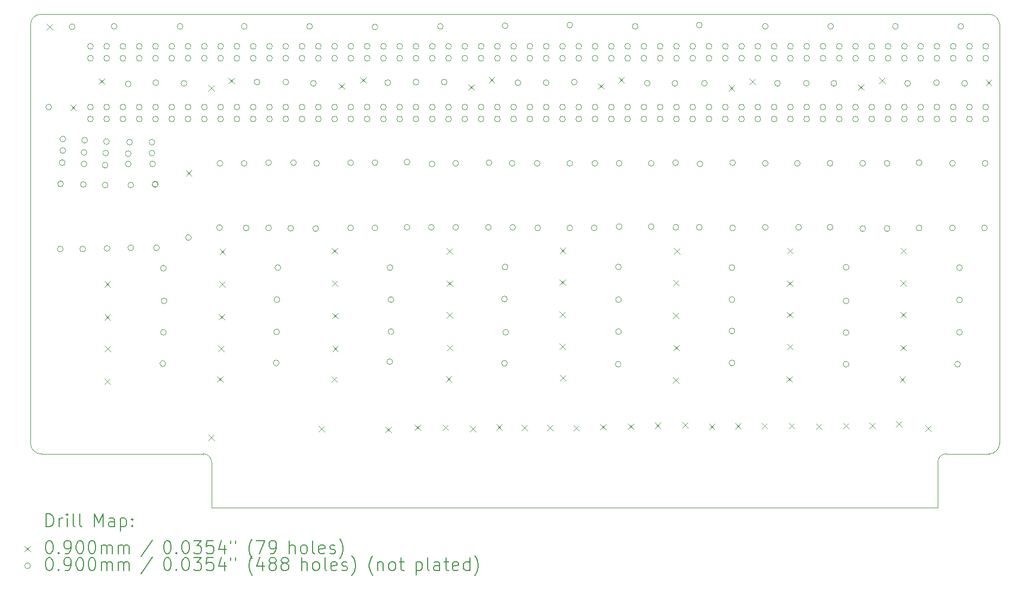
<source format=gbr>
%TF.GenerationSoftware,KiCad,Pcbnew,(6.99.0-5233-gf2fcd4b8e1)*%
%TF.CreationDate,2023-01-05T13:17:15+01:00*%
%TF.ProjectId,208_PROGRAM_CARD_PROTO_vintage,3230385f-5052-44f4-9752-414d5f434152,1.0*%
%TF.SameCoordinates,Original*%
%TF.FileFunction,Drillmap*%
%TF.FilePolarity,Positive*%
%FSLAX45Y45*%
G04 Gerber Fmt 4.5, Leading zero omitted, Abs format (unit mm)*
G04 Created by KiCad (PCBNEW (6.99.0-5233-gf2fcd4b8e1)) date 2023-01-05 13:17:15*
%MOMM*%
%LPD*%
G01*
G04 APERTURE LIST*
%ADD10C,0.050000*%
%ADD11C,0.200000*%
%ADD12C,0.090000*%
G04 APERTURE END LIST*
D10*
X21874000Y-7195000D02*
X21874000Y-13745000D01*
X6917500Y-7040000D02*
X21705000Y-7040000D01*
X21039500Y-13909995D02*
G75*
G03*
X20912500Y-14040000I0J-127035D01*
G01*
X6757502Y-13750000D02*
G75*
G03*
X6925000Y-13910000I160378J220D01*
G01*
X9579500Y-14752500D02*
X9579500Y-14037000D01*
X20912500Y-14040000D02*
X20912500Y-14752500D01*
X21712500Y-13910000D02*
X21039500Y-13910000D01*
X9579500Y-14037000D02*
G75*
G03*
X9452500Y-13910000I-127000J0D01*
G01*
X9452500Y-13910000D02*
X6925000Y-13910000D01*
X6917500Y-7040002D02*
G75*
G03*
X6757500Y-7207500I210J-160368D01*
G01*
X6757500Y-13750000D02*
X6757500Y-7207500D01*
X20912500Y-14752500D02*
X9579500Y-14752500D01*
X21712500Y-13910001D02*
G75*
G03*
X21874000Y-13745000I2080J159501D01*
G01*
X21873997Y-7195000D02*
G75*
G03*
X21705000Y-7040000I-161697J-6670D01*
G01*
D11*
D12*
X7010000Y-7192500D02*
X7100000Y-7282500D01*
X7100000Y-7192500D02*
X7010000Y-7282500D01*
X7377500Y-8455000D02*
X7467500Y-8545000D01*
X7467500Y-8455000D02*
X7377500Y-8545000D01*
X7825000Y-8042500D02*
X7915000Y-8132500D01*
X7915000Y-8042500D02*
X7825000Y-8132500D01*
X7910000Y-11212500D02*
X8000000Y-11302500D01*
X8000000Y-11212500D02*
X7910000Y-11302500D01*
X7910000Y-11730000D02*
X8000000Y-11820000D01*
X8000000Y-11730000D02*
X7910000Y-11820000D01*
X7910000Y-12735000D02*
X8000000Y-12825000D01*
X8000000Y-12735000D02*
X7910000Y-12825000D01*
X7917500Y-12220000D02*
X8007500Y-12310000D01*
X8007500Y-12220000D02*
X7917500Y-12310000D01*
X9180000Y-9480000D02*
X9270000Y-9570000D01*
X9270000Y-9480000D02*
X9180000Y-9570000D01*
X9532500Y-8147500D02*
X9622500Y-8237500D01*
X9622500Y-8147500D02*
X9532500Y-8237500D01*
X9534000Y-13612500D02*
X9624000Y-13702500D01*
X9624000Y-13612500D02*
X9534000Y-13702500D01*
X9668000Y-12700000D02*
X9758000Y-12790000D01*
X9758000Y-12700000D02*
X9668000Y-12790000D01*
X9682500Y-12220000D02*
X9772500Y-12310000D01*
X9772500Y-12220000D02*
X9682500Y-12310000D01*
X9695000Y-11725000D02*
X9785000Y-11815000D01*
X9785000Y-11725000D02*
X9695000Y-11815000D01*
X9700000Y-11212500D02*
X9790000Y-11302500D01*
X9790000Y-11212500D02*
X9700000Y-11302500D01*
X9707500Y-10705000D02*
X9797500Y-10795000D01*
X9797500Y-10705000D02*
X9707500Y-10795000D01*
X9848000Y-8035000D02*
X9938000Y-8125000D01*
X9938000Y-8035000D02*
X9848000Y-8125000D01*
X11250000Y-13475000D02*
X11340000Y-13565000D01*
X11340000Y-13475000D02*
X11250000Y-13565000D01*
X11450000Y-12700000D02*
X11540000Y-12790000D01*
X11540000Y-12700000D02*
X11450000Y-12790000D01*
X11454000Y-10692000D02*
X11544000Y-10782000D01*
X11544000Y-10692000D02*
X11454000Y-10782000D01*
X11457500Y-11202500D02*
X11547500Y-11292500D01*
X11547500Y-11202500D02*
X11457500Y-11292500D01*
X11463000Y-11709000D02*
X11553000Y-11799000D01*
X11553000Y-11709000D02*
X11463000Y-11799000D01*
X11467500Y-12220000D02*
X11557500Y-12310000D01*
X11557500Y-12220000D02*
X11467500Y-12310000D01*
X11565000Y-8120000D02*
X11655000Y-8210000D01*
X11655000Y-8120000D02*
X11565000Y-8210000D01*
X11905000Y-8027500D02*
X11995000Y-8117500D01*
X11995000Y-8027500D02*
X11905000Y-8117500D01*
X12295000Y-13486000D02*
X12385000Y-13576000D01*
X12385000Y-13486000D02*
X12295000Y-13576000D01*
X12747500Y-13452500D02*
X12837500Y-13542500D01*
X12837500Y-13452500D02*
X12747500Y-13542500D01*
X13187000Y-13453000D02*
X13277000Y-13543000D01*
X13277000Y-13453000D02*
X13187000Y-13543000D01*
X13236000Y-12696000D02*
X13326000Y-12786000D01*
X13326000Y-12696000D02*
X13236000Y-12786000D01*
X13247500Y-10700000D02*
X13337500Y-10790000D01*
X13337500Y-10700000D02*
X13247500Y-10790000D01*
X13247500Y-11202500D02*
X13337500Y-11292500D01*
X13337500Y-11202500D02*
X13247500Y-11292500D01*
X13247500Y-11697500D02*
X13337500Y-11787500D01*
X13337500Y-11697500D02*
X13247500Y-11787500D01*
X13252500Y-12210000D02*
X13342500Y-12300000D01*
X13342500Y-12210000D02*
X13252500Y-12300000D01*
X13590000Y-8137500D02*
X13680000Y-8227500D01*
X13680000Y-8137500D02*
X13590000Y-8227500D01*
X13615000Y-13472500D02*
X13705000Y-13562500D01*
X13705000Y-13472500D02*
X13615000Y-13562500D01*
X13905000Y-8022500D02*
X13995000Y-8112500D01*
X13995000Y-8022500D02*
X13905000Y-8112500D01*
X14023000Y-13450000D02*
X14113000Y-13540000D01*
X14113000Y-13450000D02*
X14023000Y-13540000D01*
X14418000Y-13456000D02*
X14508000Y-13546000D01*
X14508000Y-13456000D02*
X14418000Y-13546000D01*
X14815000Y-13457500D02*
X14905000Y-13547500D01*
X14905000Y-13457500D02*
X14815000Y-13547500D01*
X15010000Y-11185000D02*
X15100000Y-11275000D01*
X15100000Y-11185000D02*
X15010000Y-11275000D01*
X15010000Y-11690000D02*
X15100000Y-11780000D01*
X15100000Y-11690000D02*
X15010000Y-11780000D01*
X15013000Y-12188000D02*
X15103000Y-12278000D01*
X15103000Y-12188000D02*
X15013000Y-12278000D01*
X15015000Y-10690000D02*
X15105000Y-10780000D01*
X15105000Y-10690000D02*
X15015000Y-10780000D01*
X15017500Y-12677500D02*
X15107500Y-12767500D01*
X15107500Y-12677500D02*
X15017500Y-12767500D01*
X15225000Y-13462500D02*
X15315000Y-13552500D01*
X15315000Y-13462500D02*
X15225000Y-13552500D01*
X15610000Y-8120000D02*
X15700000Y-8210000D01*
X15700000Y-8120000D02*
X15610000Y-8210000D01*
X15645000Y-13445000D02*
X15735000Y-13535000D01*
X15735000Y-13445000D02*
X15645000Y-13535000D01*
X15930000Y-8020000D02*
X16020000Y-8110000D01*
X16020000Y-8020000D02*
X15930000Y-8110000D01*
X16075000Y-13435000D02*
X16165000Y-13525000D01*
X16165000Y-13435000D02*
X16075000Y-13525000D01*
X16496000Y-13424000D02*
X16586000Y-13514000D01*
X16586000Y-13424000D02*
X16496000Y-13514000D01*
X16780000Y-11702500D02*
X16870000Y-11792500D01*
X16870000Y-11702500D02*
X16780000Y-11792500D01*
X16780000Y-12710000D02*
X16870000Y-12800000D01*
X16870000Y-12710000D02*
X16780000Y-12800000D01*
X16785000Y-11192500D02*
X16875000Y-11282500D01*
X16875000Y-11192500D02*
X16785000Y-11282500D01*
X16790000Y-12210000D02*
X16880000Y-12300000D01*
X16880000Y-12210000D02*
X16790000Y-12300000D01*
X16797500Y-10700000D02*
X16887500Y-10790000D01*
X16887500Y-10700000D02*
X16797500Y-10790000D01*
X16926000Y-13417000D02*
X17016000Y-13507000D01*
X17016000Y-13417000D02*
X16926000Y-13507000D01*
X17343000Y-13443000D02*
X17433000Y-13533000D01*
X17433000Y-13443000D02*
X17343000Y-13533000D01*
X17647500Y-8147500D02*
X17737500Y-8237500D01*
X17737500Y-8147500D02*
X17647500Y-8237500D01*
X17751000Y-13432000D02*
X17841000Y-13522000D01*
X17841000Y-13432000D02*
X17751000Y-13522000D01*
X17975000Y-8047500D02*
X18065000Y-8137500D01*
X18065000Y-8047500D02*
X17975000Y-8137500D01*
X18165000Y-13429000D02*
X18255000Y-13519000D01*
X18255000Y-13429000D02*
X18165000Y-13519000D01*
X18547500Y-12700000D02*
X18637500Y-12790000D01*
X18637500Y-12700000D02*
X18547500Y-12790000D01*
X18557500Y-11202500D02*
X18647500Y-11292500D01*
X18647500Y-11202500D02*
X18557500Y-11292500D01*
X18557500Y-11692500D02*
X18647500Y-11782500D01*
X18647500Y-11692500D02*
X18557500Y-11782500D01*
X18562500Y-10692500D02*
X18652500Y-10782500D01*
X18652500Y-10692500D02*
X18562500Y-10782500D01*
X18562500Y-12192500D02*
X18652500Y-12282500D01*
X18652500Y-12192500D02*
X18562500Y-12282500D01*
X18588000Y-13429000D02*
X18678000Y-13519000D01*
X18678000Y-13429000D02*
X18588000Y-13519000D01*
X19012000Y-13436000D02*
X19102000Y-13526000D01*
X19102000Y-13436000D02*
X19012000Y-13526000D01*
X19435000Y-13429000D02*
X19525000Y-13519000D01*
X19525000Y-13429000D02*
X19435000Y-13519000D01*
X19665000Y-8135000D02*
X19755000Y-8225000D01*
X19755000Y-8135000D02*
X19665000Y-8225000D01*
X19846000Y-13426000D02*
X19936000Y-13516000D01*
X19936000Y-13426000D02*
X19846000Y-13516000D01*
X19995000Y-8030000D02*
X20085000Y-8120000D01*
X20085000Y-8030000D02*
X19995000Y-8120000D01*
X20259000Y-13398000D02*
X20349000Y-13488000D01*
X20349000Y-13398000D02*
X20259000Y-13488000D01*
X20315000Y-12705000D02*
X20405000Y-12795000D01*
X20405000Y-12705000D02*
X20315000Y-12795000D01*
X20325000Y-11692500D02*
X20415000Y-11782500D01*
X20415000Y-11692500D02*
X20325000Y-11782500D01*
X20325000Y-12210000D02*
X20415000Y-12300000D01*
X20415000Y-12210000D02*
X20325000Y-12300000D01*
X20327500Y-11197500D02*
X20417500Y-11287500D01*
X20417500Y-11197500D02*
X20327500Y-11287500D01*
X20332500Y-10692500D02*
X20422500Y-10782500D01*
X20422500Y-10692500D02*
X20332500Y-10782500D01*
X20715000Y-13467000D02*
X20805000Y-13557000D01*
X20805000Y-13467000D02*
X20715000Y-13557000D01*
X21660000Y-8062500D02*
X21750000Y-8152500D01*
X21750000Y-8062500D02*
X21660000Y-8152500D01*
X7085000Y-8490000D02*
G75*
G03*
X7085000Y-8490000I-45000J0D01*
G01*
X7265000Y-10710000D02*
G75*
G03*
X7265000Y-10710000I-45000J0D01*
G01*
X7265000Y-10710000D02*
G75*
G03*
X7265000Y-10710000I-45000J0D01*
G01*
X7269000Y-9691000D02*
G75*
G03*
X7269000Y-9691000I-45000J0D01*
G01*
X7270000Y-9690000D02*
G75*
G03*
X7270000Y-9690000I-45000J0D01*
G01*
X7295000Y-9360000D02*
G75*
G03*
X7295000Y-9360000I-45000J0D01*
G01*
X7295000Y-9360000D02*
G75*
G03*
X7295000Y-9360000I-45000J0D01*
G01*
X7305000Y-8990000D02*
G75*
G03*
X7305000Y-8990000I-45000J0D01*
G01*
X7305000Y-8990000D02*
G75*
G03*
X7305000Y-8990000I-45000J0D01*
G01*
X7305000Y-9170000D02*
G75*
G03*
X7305000Y-9170000I-45000J0D01*
G01*
X7305000Y-9170000D02*
G75*
G03*
X7305000Y-9170000I-45000J0D01*
G01*
X7450000Y-7235000D02*
G75*
G03*
X7450000Y-7235000I-45000J0D01*
G01*
X7615000Y-10710000D02*
G75*
G03*
X7615000Y-10710000I-45000J0D01*
G01*
X7615000Y-10710000D02*
G75*
G03*
X7615000Y-10710000I-45000J0D01*
G01*
X7625000Y-9700000D02*
G75*
G03*
X7625000Y-9700000I-45000J0D01*
G01*
X7625000Y-9700000D02*
G75*
G03*
X7625000Y-9700000I-45000J0D01*
G01*
X7635000Y-9200000D02*
G75*
G03*
X7635000Y-9200000I-45000J0D01*
G01*
X7635000Y-9200000D02*
G75*
G03*
X7635000Y-9200000I-45000J0D01*
G01*
X7635000Y-9380000D02*
G75*
G03*
X7635000Y-9380000I-45000J0D01*
G01*
X7635000Y-9380000D02*
G75*
G03*
X7635000Y-9380000I-45000J0D01*
G01*
X7645000Y-9010000D02*
G75*
G03*
X7645000Y-9010000I-45000J0D01*
G01*
X7645000Y-9010000D02*
G75*
G03*
X7645000Y-9010000I-45000J0D01*
G01*
X7735000Y-7541250D02*
G75*
G03*
X7735000Y-7541250I-45000J0D01*
G01*
X7735000Y-7727650D02*
G75*
G03*
X7735000Y-7727650I-45000J0D01*
G01*
X7735000Y-8491250D02*
G75*
G03*
X7735000Y-8491250I-45000J0D01*
G01*
X7735000Y-8677650D02*
G75*
G03*
X7735000Y-8677650I-45000J0D01*
G01*
X7965000Y-9400000D02*
G75*
G03*
X7965000Y-9400000I-45000J0D01*
G01*
X7965000Y-9400000D02*
G75*
G03*
X7965000Y-9400000I-45000J0D01*
G01*
X7965000Y-9710000D02*
G75*
G03*
X7965000Y-9710000I-45000J0D01*
G01*
X7965000Y-9710000D02*
G75*
G03*
X7965000Y-9710000I-45000J0D01*
G01*
X7975000Y-9210000D02*
G75*
G03*
X7975000Y-9210000I-45000J0D01*
G01*
X7975000Y-9210000D02*
G75*
G03*
X7975000Y-9210000I-45000J0D01*
G01*
X7985000Y-9030000D02*
G75*
G03*
X7985000Y-9030000I-45000J0D01*
G01*
X7985000Y-9030000D02*
G75*
G03*
X7985000Y-9030000I-45000J0D01*
G01*
X7988997Y-8491250D02*
G75*
G03*
X7988997Y-8491250I-45000J0D01*
G01*
X7988997Y-8677650D02*
G75*
G03*
X7988997Y-8677650I-45000J0D01*
G01*
X7989000Y-7541250D02*
G75*
G03*
X7989000Y-7541250I-45000J0D01*
G01*
X7989000Y-7727650D02*
G75*
G03*
X7989000Y-7727650I-45000J0D01*
G01*
X7995000Y-10700000D02*
G75*
G03*
X7995000Y-10700000I-45000J0D01*
G01*
X7995000Y-10700000D02*
G75*
G03*
X7995000Y-10700000I-45000J0D01*
G01*
X8105000Y-7230000D02*
G75*
G03*
X8105000Y-7230000I-45000J0D01*
G01*
X8242994Y-8491250D02*
G75*
G03*
X8242994Y-8491250I-45000J0D01*
G01*
X8242994Y-8677650D02*
G75*
G03*
X8242994Y-8677650I-45000J0D01*
G01*
X8243000Y-7541250D02*
G75*
G03*
X8243000Y-7541250I-45000J0D01*
G01*
X8243000Y-7727650D02*
G75*
G03*
X8243000Y-7727650I-45000J0D01*
G01*
X8325000Y-8130000D02*
G75*
G03*
X8325000Y-8130000I-45000J0D01*
G01*
X8325000Y-9220000D02*
G75*
G03*
X8325000Y-9220000I-45000J0D01*
G01*
X8325000Y-9220000D02*
G75*
G03*
X8325000Y-9220000I-45000J0D01*
G01*
X8325000Y-9380000D02*
G75*
G03*
X8325000Y-9380000I-45000J0D01*
G01*
X8325000Y-9380000D02*
G75*
G03*
X8325000Y-9380000I-45000J0D01*
G01*
X8345000Y-9040000D02*
G75*
G03*
X8345000Y-9040000I-45000J0D01*
G01*
X8345000Y-9040000D02*
G75*
G03*
X8345000Y-9040000I-45000J0D01*
G01*
X8365000Y-9710000D02*
G75*
G03*
X8365000Y-9710000I-45000J0D01*
G01*
X8365000Y-9710000D02*
G75*
G03*
X8365000Y-9710000I-45000J0D01*
G01*
X8365000Y-10690000D02*
G75*
G03*
X8365000Y-10690000I-45000J0D01*
G01*
X8365000Y-10690000D02*
G75*
G03*
X8365000Y-10690000I-45000J0D01*
G01*
X8496992Y-8491250D02*
G75*
G03*
X8496992Y-8491250I-45000J0D01*
G01*
X8496992Y-8677650D02*
G75*
G03*
X8496992Y-8677650I-45000J0D01*
G01*
X8497000Y-7541250D02*
G75*
G03*
X8497000Y-7541250I-45000J0D01*
G01*
X8497000Y-7727650D02*
G75*
G03*
X8497000Y-7727650I-45000J0D01*
G01*
X8695000Y-9040000D02*
G75*
G03*
X8695000Y-9040000I-45000J0D01*
G01*
X8695000Y-9040000D02*
G75*
G03*
X8695000Y-9040000I-45000J0D01*
G01*
X8695000Y-9210000D02*
G75*
G03*
X8695000Y-9210000I-45000J0D01*
G01*
X8695000Y-9210000D02*
G75*
G03*
X8695000Y-9210000I-45000J0D01*
G01*
X8705000Y-9380000D02*
G75*
G03*
X8705000Y-9380000I-45000J0D01*
G01*
X8705000Y-9380000D02*
G75*
G03*
X8705000Y-9380000I-45000J0D01*
G01*
X8745000Y-9695000D02*
G75*
G03*
X8745000Y-9695000I-45000J0D01*
G01*
X8745000Y-9700000D02*
G75*
G03*
X8745000Y-9700000I-45000J0D01*
G01*
X8750989Y-8491250D02*
G75*
G03*
X8750989Y-8491250I-45000J0D01*
G01*
X8750989Y-8677650D02*
G75*
G03*
X8750989Y-8677650I-45000J0D01*
G01*
X8751000Y-7541250D02*
G75*
G03*
X8751000Y-7541250I-45000J0D01*
G01*
X8751000Y-7727650D02*
G75*
G03*
X8751000Y-7727650I-45000J0D01*
G01*
X8755000Y-8110000D02*
G75*
G03*
X8755000Y-8110000I-45000J0D01*
G01*
X8765000Y-10690000D02*
G75*
G03*
X8765000Y-10690000I-45000J0D01*
G01*
X8765000Y-10690000D02*
G75*
G03*
X8765000Y-10690000I-45000J0D01*
G01*
X8865000Y-12500000D02*
G75*
G03*
X8865000Y-12500000I-45000J0D01*
G01*
X8865000Y-12500000D02*
G75*
G03*
X8865000Y-12500000I-45000J0D01*
G01*
X8875000Y-11010000D02*
G75*
G03*
X8875000Y-11010000I-45000J0D01*
G01*
X8875000Y-12010000D02*
G75*
G03*
X8875000Y-12010000I-45000J0D01*
G01*
X8875000Y-12010000D02*
G75*
G03*
X8875000Y-12010000I-45000J0D01*
G01*
X8885000Y-11520000D02*
G75*
G03*
X8885000Y-11520000I-45000J0D01*
G01*
X8885000Y-11520000D02*
G75*
G03*
X8885000Y-11520000I-45000J0D01*
G01*
X9004986Y-8491250D02*
G75*
G03*
X9004986Y-8491250I-45000J0D01*
G01*
X9004986Y-8677650D02*
G75*
G03*
X9004986Y-8677650I-45000J0D01*
G01*
X9005000Y-7541250D02*
G75*
G03*
X9005000Y-7541250I-45000J0D01*
G01*
X9005000Y-7727650D02*
G75*
G03*
X9005000Y-7727650I-45000J0D01*
G01*
X9135000Y-7230000D02*
G75*
G03*
X9135000Y-7230000I-45000J0D01*
G01*
X9195000Y-8120000D02*
G75*
G03*
X9195000Y-8120000I-45000J0D01*
G01*
X9258983Y-8491250D02*
G75*
G03*
X9258983Y-8491250I-45000J0D01*
G01*
X9258983Y-8677650D02*
G75*
G03*
X9258983Y-8677650I-45000J0D01*
G01*
X9259000Y-7541250D02*
G75*
G03*
X9259000Y-7541250I-45000J0D01*
G01*
X9259000Y-7727650D02*
G75*
G03*
X9259000Y-7727650I-45000J0D01*
G01*
X9265000Y-10530000D02*
G75*
G03*
X9265000Y-10530000I-45000J0D01*
G01*
X9265000Y-10530000D02*
G75*
G03*
X9265000Y-10530000I-45000J0D01*
G01*
X9512980Y-8491250D02*
G75*
G03*
X9512980Y-8491250I-45000J0D01*
G01*
X9512980Y-8677650D02*
G75*
G03*
X9512980Y-8677650I-45000J0D01*
G01*
X9513000Y-7541250D02*
G75*
G03*
X9513000Y-7541250I-45000J0D01*
G01*
X9513000Y-7727650D02*
G75*
G03*
X9513000Y-7727650I-45000J0D01*
G01*
X9750000Y-10375000D02*
G75*
G03*
X9750000Y-10375000I-45000J0D01*
G01*
X9750000Y-10375000D02*
G75*
G03*
X9750000Y-10375000I-45000J0D01*
G01*
X9755000Y-9370000D02*
G75*
G03*
X9755000Y-9370000I-45000J0D01*
G01*
X9755000Y-9370000D02*
G75*
G03*
X9755000Y-9370000I-45000J0D01*
G01*
X9766978Y-8491250D02*
G75*
G03*
X9766978Y-8491250I-45000J0D01*
G01*
X9766978Y-8677650D02*
G75*
G03*
X9766978Y-8677650I-45000J0D01*
G01*
X9767000Y-7541250D02*
G75*
G03*
X9767000Y-7541250I-45000J0D01*
G01*
X9767000Y-7727650D02*
G75*
G03*
X9767000Y-7727650I-45000J0D01*
G01*
X10020975Y-8491250D02*
G75*
G03*
X10020975Y-8491250I-45000J0D01*
G01*
X10020975Y-8677650D02*
G75*
G03*
X10020975Y-8677650I-45000J0D01*
G01*
X10021000Y-7541250D02*
G75*
G03*
X10021000Y-7541250I-45000J0D01*
G01*
X10021000Y-7727650D02*
G75*
G03*
X10021000Y-7727650I-45000J0D01*
G01*
X10135000Y-7230000D02*
G75*
G03*
X10135000Y-7230000I-45000J0D01*
G01*
X10135000Y-9370000D02*
G75*
G03*
X10135000Y-9370000I-45000J0D01*
G01*
X10135000Y-9370000D02*
G75*
G03*
X10135000Y-9370000I-45000J0D01*
G01*
X10165000Y-10380000D02*
G75*
G03*
X10165000Y-10380000I-45000J0D01*
G01*
X10165000Y-10380000D02*
G75*
G03*
X10165000Y-10380000I-45000J0D01*
G01*
X10274972Y-8491250D02*
G75*
G03*
X10274972Y-8491250I-45000J0D01*
G01*
X10274972Y-8677650D02*
G75*
G03*
X10274972Y-8677650I-45000J0D01*
G01*
X10275000Y-7541250D02*
G75*
G03*
X10275000Y-7541250I-45000J0D01*
G01*
X10275000Y-7727650D02*
G75*
G03*
X10275000Y-7727650I-45000J0D01*
G01*
X10335000Y-8100000D02*
G75*
G03*
X10335000Y-8100000I-45000J0D01*
G01*
X10515000Y-9360000D02*
G75*
G03*
X10515000Y-9360000I-45000J0D01*
G01*
X10515000Y-9360000D02*
G75*
G03*
X10515000Y-9360000I-45000J0D01*
G01*
X10515000Y-10380000D02*
G75*
G03*
X10515000Y-10380000I-45000J0D01*
G01*
X10515000Y-10380000D02*
G75*
G03*
X10515000Y-10380000I-45000J0D01*
G01*
X10528969Y-8491250D02*
G75*
G03*
X10528969Y-8491250I-45000J0D01*
G01*
X10528969Y-8677650D02*
G75*
G03*
X10528969Y-8677650I-45000J0D01*
G01*
X10529000Y-7541250D02*
G75*
G03*
X10529000Y-7541250I-45000J0D01*
G01*
X10529000Y-7727650D02*
G75*
G03*
X10529000Y-7727650I-45000J0D01*
G01*
X10635000Y-12490000D02*
G75*
G03*
X10635000Y-12490000I-45000J0D01*
G01*
X10635000Y-12490000D02*
G75*
G03*
X10635000Y-12490000I-45000J0D01*
G01*
X10640000Y-12005000D02*
G75*
G03*
X10640000Y-12005000I-45000J0D01*
G01*
X10640000Y-12005000D02*
G75*
G03*
X10640000Y-12005000I-45000J0D01*
G01*
X10645000Y-11500000D02*
G75*
G03*
X10645000Y-11500000I-45000J0D01*
G01*
X10645000Y-11500000D02*
G75*
G03*
X10645000Y-11500000I-45000J0D01*
G01*
X10660000Y-11000000D02*
G75*
G03*
X10660000Y-11000000I-45000J0D01*
G01*
X10660000Y-11000000D02*
G75*
G03*
X10660000Y-11000000I-45000J0D01*
G01*
X10782966Y-8491250D02*
G75*
G03*
X10782966Y-8491250I-45000J0D01*
G01*
X10782966Y-8677650D02*
G75*
G03*
X10782966Y-8677650I-45000J0D01*
G01*
X10783000Y-7541250D02*
G75*
G03*
X10783000Y-7541250I-45000J0D01*
G01*
X10783000Y-7727650D02*
G75*
G03*
X10783000Y-7727650I-45000J0D01*
G01*
X10785000Y-8100000D02*
G75*
G03*
X10785000Y-8100000I-45000J0D01*
G01*
X10860000Y-10385000D02*
G75*
G03*
X10860000Y-10385000I-45000J0D01*
G01*
X10860000Y-10385000D02*
G75*
G03*
X10860000Y-10385000I-45000J0D01*
G01*
X10905000Y-9360000D02*
G75*
G03*
X10905000Y-9360000I-45000J0D01*
G01*
X10905000Y-9360000D02*
G75*
G03*
X10905000Y-9360000I-45000J0D01*
G01*
X11036964Y-8491250D02*
G75*
G03*
X11036964Y-8491250I-45000J0D01*
G01*
X11036964Y-8677650D02*
G75*
G03*
X11036964Y-8677650I-45000J0D01*
G01*
X11037000Y-7541250D02*
G75*
G03*
X11037000Y-7541250I-45000J0D01*
G01*
X11037000Y-7727650D02*
G75*
G03*
X11037000Y-7727650I-45000J0D01*
G01*
X11155000Y-7230000D02*
G75*
G03*
X11155000Y-7230000I-45000J0D01*
G01*
X11215000Y-8120000D02*
G75*
G03*
X11215000Y-8120000I-45000J0D01*
G01*
X11250000Y-10390000D02*
G75*
G03*
X11250000Y-10390000I-45000J0D01*
G01*
X11250000Y-10390000D02*
G75*
G03*
X11250000Y-10390000I-45000J0D01*
G01*
X11265000Y-9370000D02*
G75*
G03*
X11265000Y-9370000I-45000J0D01*
G01*
X11265000Y-9370000D02*
G75*
G03*
X11265000Y-9370000I-45000J0D01*
G01*
X11290961Y-8491250D02*
G75*
G03*
X11290961Y-8491250I-45000J0D01*
G01*
X11290961Y-8677650D02*
G75*
G03*
X11290961Y-8677650I-45000J0D01*
G01*
X11291000Y-7541250D02*
G75*
G03*
X11291000Y-7541250I-45000J0D01*
G01*
X11291000Y-7727650D02*
G75*
G03*
X11291000Y-7727650I-45000J0D01*
G01*
X11544958Y-8491250D02*
G75*
G03*
X11544958Y-8491250I-45000J0D01*
G01*
X11544958Y-8677650D02*
G75*
G03*
X11544958Y-8677650I-45000J0D01*
G01*
X11545000Y-7541250D02*
G75*
G03*
X11545000Y-7541250I-45000J0D01*
G01*
X11545000Y-7727650D02*
G75*
G03*
X11545000Y-7727650I-45000J0D01*
G01*
X11795000Y-9360000D02*
G75*
G03*
X11795000Y-9360000I-45000J0D01*
G01*
X11795000Y-9360000D02*
G75*
G03*
X11795000Y-9360000I-45000J0D01*
G01*
X11795000Y-10380000D02*
G75*
G03*
X11795000Y-10380000I-45000J0D01*
G01*
X11795000Y-10380000D02*
G75*
G03*
X11795000Y-10380000I-45000J0D01*
G01*
X11798955Y-8491250D02*
G75*
G03*
X11798955Y-8491250I-45000J0D01*
G01*
X11798955Y-8677650D02*
G75*
G03*
X11798955Y-8677650I-45000J0D01*
G01*
X11799000Y-7541250D02*
G75*
G03*
X11799000Y-7541250I-45000J0D01*
G01*
X11799000Y-7727650D02*
G75*
G03*
X11799000Y-7727650I-45000J0D01*
G01*
X12052952Y-8491250D02*
G75*
G03*
X12052952Y-8491250I-45000J0D01*
G01*
X12052952Y-8677650D02*
G75*
G03*
X12052952Y-8677650I-45000J0D01*
G01*
X12053000Y-7541250D02*
G75*
G03*
X12053000Y-7541250I-45000J0D01*
G01*
X12053000Y-7727650D02*
G75*
G03*
X12053000Y-7727650I-45000J0D01*
G01*
X12175000Y-7240000D02*
G75*
G03*
X12175000Y-7240000I-45000J0D01*
G01*
X12175000Y-9360000D02*
G75*
G03*
X12175000Y-9360000I-45000J0D01*
G01*
X12175000Y-9360000D02*
G75*
G03*
X12175000Y-9360000I-45000J0D01*
G01*
X12175000Y-10380000D02*
G75*
G03*
X12175000Y-10380000I-45000J0D01*
G01*
X12175000Y-10380000D02*
G75*
G03*
X12175000Y-10380000I-45000J0D01*
G01*
X12306950Y-8491250D02*
G75*
G03*
X12306950Y-8491250I-45000J0D01*
G01*
X12306950Y-8677650D02*
G75*
G03*
X12306950Y-8677650I-45000J0D01*
G01*
X12307000Y-7541250D02*
G75*
G03*
X12307000Y-7541250I-45000J0D01*
G01*
X12307000Y-7727650D02*
G75*
G03*
X12307000Y-7727650I-45000J0D01*
G01*
X12375000Y-8110000D02*
G75*
G03*
X12375000Y-8110000I-45000J0D01*
G01*
X12405000Y-12470000D02*
G75*
G03*
X12405000Y-12470000I-45000J0D01*
G01*
X12405000Y-12470000D02*
G75*
G03*
X12405000Y-12470000I-45000J0D01*
G01*
X12410000Y-11000000D02*
G75*
G03*
X12410000Y-11000000I-45000J0D01*
G01*
X12410000Y-11000000D02*
G75*
G03*
X12410000Y-11000000I-45000J0D01*
G01*
X12425000Y-11500000D02*
G75*
G03*
X12425000Y-11500000I-45000J0D01*
G01*
X12425000Y-11500000D02*
G75*
G03*
X12425000Y-11500000I-45000J0D01*
G01*
X12425000Y-12000000D02*
G75*
G03*
X12425000Y-12000000I-45000J0D01*
G01*
X12425000Y-12000000D02*
G75*
G03*
X12425000Y-12000000I-45000J0D01*
G01*
X12560947Y-8491250D02*
G75*
G03*
X12560947Y-8491250I-45000J0D01*
G01*
X12560947Y-8677650D02*
G75*
G03*
X12560947Y-8677650I-45000J0D01*
G01*
X12561000Y-7541250D02*
G75*
G03*
X12561000Y-7541250I-45000J0D01*
G01*
X12561000Y-7727650D02*
G75*
G03*
X12561000Y-7727650I-45000J0D01*
G01*
X12675000Y-9350000D02*
G75*
G03*
X12675000Y-9350000I-45000J0D01*
G01*
X12675000Y-9350000D02*
G75*
G03*
X12675000Y-9350000I-45000J0D01*
G01*
X12675000Y-10370000D02*
G75*
G03*
X12675000Y-10370000I-45000J0D01*
G01*
X12675000Y-10370000D02*
G75*
G03*
X12675000Y-10370000I-45000J0D01*
G01*
X12814944Y-8491250D02*
G75*
G03*
X12814944Y-8491250I-45000J0D01*
G01*
X12814944Y-8677650D02*
G75*
G03*
X12814944Y-8677650I-45000J0D01*
G01*
X12815000Y-7541250D02*
G75*
G03*
X12815000Y-7541250I-45000J0D01*
G01*
X12815000Y-7727650D02*
G75*
G03*
X12815000Y-7727650I-45000J0D01*
G01*
X12815000Y-8100000D02*
G75*
G03*
X12815000Y-8100000I-45000J0D01*
G01*
X13055000Y-10370000D02*
G75*
G03*
X13055000Y-10370000I-45000J0D01*
G01*
X13055000Y-10370000D02*
G75*
G03*
X13055000Y-10370000I-45000J0D01*
G01*
X13065000Y-9380000D02*
G75*
G03*
X13065000Y-9380000I-45000J0D01*
G01*
X13065000Y-9380000D02*
G75*
G03*
X13065000Y-9380000I-45000J0D01*
G01*
X13068941Y-8491250D02*
G75*
G03*
X13068941Y-8491250I-45000J0D01*
G01*
X13068941Y-8677650D02*
G75*
G03*
X13068941Y-8677650I-45000J0D01*
G01*
X13069000Y-7541250D02*
G75*
G03*
X13069000Y-7541250I-45000J0D01*
G01*
X13069000Y-7727650D02*
G75*
G03*
X13069000Y-7727650I-45000J0D01*
G01*
X13195000Y-7230000D02*
G75*
G03*
X13195000Y-7230000I-45000J0D01*
G01*
X13255000Y-8100000D02*
G75*
G03*
X13255000Y-8100000I-45000J0D01*
G01*
X13322938Y-8491250D02*
G75*
G03*
X13322938Y-8491250I-45000J0D01*
G01*
X13322938Y-8677650D02*
G75*
G03*
X13322938Y-8677650I-45000J0D01*
G01*
X13323000Y-7541250D02*
G75*
G03*
X13323000Y-7541250I-45000J0D01*
G01*
X13323000Y-7727650D02*
G75*
G03*
X13323000Y-7727650I-45000J0D01*
G01*
X13435000Y-9370000D02*
G75*
G03*
X13435000Y-9370000I-45000J0D01*
G01*
X13435000Y-9370000D02*
G75*
G03*
X13435000Y-9370000I-45000J0D01*
G01*
X13435000Y-10370000D02*
G75*
G03*
X13435000Y-10370000I-45000J0D01*
G01*
X13435000Y-10370000D02*
G75*
G03*
X13435000Y-10370000I-45000J0D01*
G01*
X13576936Y-8491250D02*
G75*
G03*
X13576936Y-8491250I-45000J0D01*
G01*
X13576936Y-8677650D02*
G75*
G03*
X13576936Y-8677650I-45000J0D01*
G01*
X13577000Y-7541250D02*
G75*
G03*
X13577000Y-7541250I-45000J0D01*
G01*
X13577000Y-7727650D02*
G75*
G03*
X13577000Y-7727650I-45000J0D01*
G01*
X13830933Y-8491250D02*
G75*
G03*
X13830933Y-8491250I-45000J0D01*
G01*
X13830933Y-8677650D02*
G75*
G03*
X13830933Y-8677650I-45000J0D01*
G01*
X13831000Y-7541250D02*
G75*
G03*
X13831000Y-7541250I-45000J0D01*
G01*
X13831000Y-7727650D02*
G75*
G03*
X13831000Y-7727650I-45000J0D01*
G01*
X13945000Y-10370000D02*
G75*
G03*
X13945000Y-10370000I-45000J0D01*
G01*
X13945000Y-10370000D02*
G75*
G03*
X13945000Y-10370000I-45000J0D01*
G01*
X13955000Y-9360000D02*
G75*
G03*
X13955000Y-9360000I-45000J0D01*
G01*
X13955000Y-9360000D02*
G75*
G03*
X13955000Y-9360000I-45000J0D01*
G01*
X14084930Y-8491250D02*
G75*
G03*
X14084930Y-8491250I-45000J0D01*
G01*
X14084930Y-8677650D02*
G75*
G03*
X14084930Y-8677650I-45000J0D01*
G01*
X14085000Y-7541250D02*
G75*
G03*
X14085000Y-7541250I-45000J0D01*
G01*
X14085000Y-7727650D02*
G75*
G03*
X14085000Y-7727650I-45000J0D01*
G01*
X14195000Y-11490000D02*
G75*
G03*
X14195000Y-11490000I-45000J0D01*
G01*
X14195000Y-11490000D02*
G75*
G03*
X14195000Y-11490000I-45000J0D01*
G01*
X14195000Y-12495000D02*
G75*
G03*
X14195000Y-12495000I-45000J0D01*
G01*
X14195000Y-12495000D02*
G75*
G03*
X14195000Y-12495000I-45000J0D01*
G01*
X14205000Y-7220000D02*
G75*
G03*
X14205000Y-7220000I-45000J0D01*
G01*
X14205000Y-10990000D02*
G75*
G03*
X14205000Y-10990000I-45000J0D01*
G01*
X14205000Y-10990000D02*
G75*
G03*
X14205000Y-10990000I-45000J0D01*
G01*
X14215000Y-12010000D02*
G75*
G03*
X14215000Y-12010000I-45000J0D01*
G01*
X14215000Y-12010000D02*
G75*
G03*
X14215000Y-12010000I-45000J0D01*
G01*
X14315000Y-9370000D02*
G75*
G03*
X14315000Y-9370000I-45000J0D01*
G01*
X14315000Y-9370000D02*
G75*
G03*
X14315000Y-9370000I-45000J0D01*
G01*
X14325000Y-10370000D02*
G75*
G03*
X14325000Y-10370000I-45000J0D01*
G01*
X14325000Y-10370000D02*
G75*
G03*
X14325000Y-10370000I-45000J0D01*
G01*
X14338927Y-8491250D02*
G75*
G03*
X14338927Y-8491250I-45000J0D01*
G01*
X14338927Y-8677650D02*
G75*
G03*
X14338927Y-8677650I-45000J0D01*
G01*
X14339000Y-7541250D02*
G75*
G03*
X14339000Y-7541250I-45000J0D01*
G01*
X14339000Y-7727650D02*
G75*
G03*
X14339000Y-7727650I-45000J0D01*
G01*
X14405000Y-8110000D02*
G75*
G03*
X14405000Y-8110000I-45000J0D01*
G01*
X14592924Y-8491250D02*
G75*
G03*
X14592924Y-8491250I-45000J0D01*
G01*
X14592924Y-8677650D02*
G75*
G03*
X14592924Y-8677650I-45000J0D01*
G01*
X14593000Y-7541250D02*
G75*
G03*
X14593000Y-7541250I-45000J0D01*
G01*
X14593000Y-7727650D02*
G75*
G03*
X14593000Y-7727650I-45000J0D01*
G01*
X14705000Y-9370000D02*
G75*
G03*
X14705000Y-9370000I-45000J0D01*
G01*
X14705000Y-9370000D02*
G75*
G03*
X14705000Y-9370000I-45000J0D01*
G01*
X14715000Y-10380000D02*
G75*
G03*
X14715000Y-10380000I-45000J0D01*
G01*
X14715000Y-10380000D02*
G75*
G03*
X14715000Y-10380000I-45000J0D01*
G01*
X14845000Y-8110000D02*
G75*
G03*
X14845000Y-8110000I-45000J0D01*
G01*
X14846922Y-8491250D02*
G75*
G03*
X14846922Y-8491250I-45000J0D01*
G01*
X14846922Y-8677650D02*
G75*
G03*
X14846922Y-8677650I-45000J0D01*
G01*
X14847000Y-7541250D02*
G75*
G03*
X14847000Y-7541250I-45000J0D01*
G01*
X14847000Y-7727650D02*
G75*
G03*
X14847000Y-7727650I-45000J0D01*
G01*
X15100919Y-8491250D02*
G75*
G03*
X15100919Y-8491250I-45000J0D01*
G01*
X15100919Y-8677650D02*
G75*
G03*
X15100919Y-8677650I-45000J0D01*
G01*
X15101000Y-7541250D02*
G75*
G03*
X15101000Y-7541250I-45000J0D01*
G01*
X15101000Y-7727650D02*
G75*
G03*
X15101000Y-7727650I-45000J0D01*
G01*
X15215000Y-7210000D02*
G75*
G03*
X15215000Y-7210000I-45000J0D01*
G01*
X15215000Y-9370000D02*
G75*
G03*
X15215000Y-9370000I-45000J0D01*
G01*
X15215000Y-9370000D02*
G75*
G03*
X15215000Y-9370000I-45000J0D01*
G01*
X15215000Y-10380000D02*
G75*
G03*
X15215000Y-10380000I-45000J0D01*
G01*
X15215000Y-10380000D02*
G75*
G03*
X15215000Y-10380000I-45000J0D01*
G01*
X15285000Y-8100000D02*
G75*
G03*
X15285000Y-8100000I-45000J0D01*
G01*
X15354916Y-8491250D02*
G75*
G03*
X15354916Y-8491250I-45000J0D01*
G01*
X15354916Y-8677650D02*
G75*
G03*
X15354916Y-8677650I-45000J0D01*
G01*
X15355000Y-7541250D02*
G75*
G03*
X15355000Y-7541250I-45000J0D01*
G01*
X15355000Y-7727650D02*
G75*
G03*
X15355000Y-7727650I-45000J0D01*
G01*
X15595000Y-10380000D02*
G75*
G03*
X15595000Y-10380000I-45000J0D01*
G01*
X15595000Y-10380000D02*
G75*
G03*
X15595000Y-10380000I-45000J0D01*
G01*
X15605000Y-9370000D02*
G75*
G03*
X15605000Y-9370000I-45000J0D01*
G01*
X15605000Y-9370000D02*
G75*
G03*
X15605000Y-9370000I-45000J0D01*
G01*
X15608913Y-8491250D02*
G75*
G03*
X15608913Y-8491250I-45000J0D01*
G01*
X15608913Y-8677650D02*
G75*
G03*
X15608913Y-8677650I-45000J0D01*
G01*
X15609000Y-7541250D02*
G75*
G03*
X15609000Y-7541250I-45000J0D01*
G01*
X15609000Y-7727650D02*
G75*
G03*
X15609000Y-7727650I-45000J0D01*
G01*
X15862910Y-8491250D02*
G75*
G03*
X15862910Y-8491250I-45000J0D01*
G01*
X15862910Y-8677650D02*
G75*
G03*
X15862910Y-8677650I-45000J0D01*
G01*
X15863000Y-7541250D02*
G75*
G03*
X15863000Y-7541250I-45000J0D01*
G01*
X15863000Y-7727650D02*
G75*
G03*
X15863000Y-7727650I-45000J0D01*
G01*
X15970000Y-12510000D02*
G75*
G03*
X15970000Y-12510000I-45000J0D01*
G01*
X15970000Y-12510000D02*
G75*
G03*
X15970000Y-12510000I-45000J0D01*
G01*
X15975000Y-10990000D02*
G75*
G03*
X15975000Y-10990000I-45000J0D01*
G01*
X15975000Y-10990000D02*
G75*
G03*
X15975000Y-10990000I-45000J0D01*
G01*
X15975000Y-11500000D02*
G75*
G03*
X15975000Y-11500000I-45000J0D01*
G01*
X15975000Y-11500000D02*
G75*
G03*
X15975000Y-11500000I-45000J0D01*
G01*
X15975000Y-12000000D02*
G75*
G03*
X15975000Y-12000000I-45000J0D01*
G01*
X15975000Y-12000000D02*
G75*
G03*
X15975000Y-12000000I-45000J0D01*
G01*
X15985000Y-9370000D02*
G75*
G03*
X15985000Y-9370000I-45000J0D01*
G01*
X15985000Y-9370000D02*
G75*
G03*
X15985000Y-9370000I-45000J0D01*
G01*
X15985000Y-10360000D02*
G75*
G03*
X15985000Y-10360000I-45000J0D01*
G01*
X15985000Y-10360000D02*
G75*
G03*
X15985000Y-10360000I-45000J0D01*
G01*
X16116908Y-8491250D02*
G75*
G03*
X16116908Y-8491250I-45000J0D01*
G01*
X16116908Y-8677650D02*
G75*
G03*
X16116908Y-8677650I-45000J0D01*
G01*
X16117000Y-7541250D02*
G75*
G03*
X16117000Y-7541250I-45000J0D01*
G01*
X16117000Y-7727650D02*
G75*
G03*
X16117000Y-7727650I-45000J0D01*
G01*
X16235000Y-7230000D02*
G75*
G03*
X16235000Y-7230000I-45000J0D01*
G01*
X16370905Y-8491250D02*
G75*
G03*
X16370905Y-8491250I-45000J0D01*
G01*
X16370905Y-8677650D02*
G75*
G03*
X16370905Y-8677650I-45000J0D01*
G01*
X16371000Y-7541250D02*
G75*
G03*
X16371000Y-7541250I-45000J0D01*
G01*
X16371000Y-7727650D02*
G75*
G03*
X16371000Y-7727650I-45000J0D01*
G01*
X16425000Y-8120000D02*
G75*
G03*
X16425000Y-8120000I-45000J0D01*
G01*
X16485000Y-9370000D02*
G75*
G03*
X16485000Y-9370000I-45000J0D01*
G01*
X16485000Y-9370000D02*
G75*
G03*
X16485000Y-9370000I-45000J0D01*
G01*
X16485000Y-10360000D02*
G75*
G03*
X16485000Y-10360000I-45000J0D01*
G01*
X16485000Y-10360000D02*
G75*
G03*
X16485000Y-10360000I-45000J0D01*
G01*
X16624902Y-8491250D02*
G75*
G03*
X16624902Y-8491250I-45000J0D01*
G01*
X16624902Y-8677650D02*
G75*
G03*
X16624902Y-8677650I-45000J0D01*
G01*
X16625000Y-7541250D02*
G75*
G03*
X16625000Y-7541250I-45000J0D01*
G01*
X16625000Y-7727650D02*
G75*
G03*
X16625000Y-7727650I-45000J0D01*
G01*
X16855000Y-8120000D02*
G75*
G03*
X16855000Y-8120000I-45000J0D01*
G01*
X16865000Y-9360000D02*
G75*
G03*
X16865000Y-9360000I-45000J0D01*
G01*
X16865000Y-9360000D02*
G75*
G03*
X16865000Y-9360000I-45000J0D01*
G01*
X16870000Y-10370000D02*
G75*
G03*
X16870000Y-10370000I-45000J0D01*
G01*
X16870000Y-10370000D02*
G75*
G03*
X16870000Y-10370000I-45000J0D01*
G01*
X16878899Y-8491250D02*
G75*
G03*
X16878899Y-8491250I-45000J0D01*
G01*
X16878899Y-8677650D02*
G75*
G03*
X16878899Y-8677650I-45000J0D01*
G01*
X16879000Y-7541250D02*
G75*
G03*
X16879000Y-7541250I-45000J0D01*
G01*
X16879000Y-7727650D02*
G75*
G03*
X16879000Y-7727650I-45000J0D01*
G01*
X17132896Y-8491250D02*
G75*
G03*
X17132896Y-8491250I-45000J0D01*
G01*
X17132896Y-8677650D02*
G75*
G03*
X17132896Y-8677650I-45000J0D01*
G01*
X17133000Y-7541250D02*
G75*
G03*
X17133000Y-7541250I-45000J0D01*
G01*
X17133000Y-7727650D02*
G75*
G03*
X17133000Y-7727650I-45000J0D01*
G01*
X17235000Y-7210000D02*
G75*
G03*
X17235000Y-7210000I-45000J0D01*
G01*
X17235000Y-10370000D02*
G75*
G03*
X17235000Y-10370000I-45000J0D01*
G01*
X17235000Y-10370000D02*
G75*
G03*
X17235000Y-10370000I-45000J0D01*
G01*
X17245000Y-9380000D02*
G75*
G03*
X17245000Y-9380000I-45000J0D01*
G01*
X17245000Y-9380000D02*
G75*
G03*
X17245000Y-9380000I-45000J0D01*
G01*
X17315000Y-8120000D02*
G75*
G03*
X17315000Y-8120000I-45000J0D01*
G01*
X17386894Y-8491250D02*
G75*
G03*
X17386894Y-8491250I-45000J0D01*
G01*
X17386894Y-8677650D02*
G75*
G03*
X17386894Y-8677650I-45000J0D01*
G01*
X17387000Y-7541250D02*
G75*
G03*
X17387000Y-7541250I-45000J0D01*
G01*
X17387000Y-7727650D02*
G75*
G03*
X17387000Y-7727650I-45000J0D01*
G01*
X17640891Y-8491250D02*
G75*
G03*
X17640891Y-8491250I-45000J0D01*
G01*
X17640891Y-8677650D02*
G75*
G03*
X17640891Y-8677650I-45000J0D01*
G01*
X17641000Y-7541250D02*
G75*
G03*
X17641000Y-7541250I-45000J0D01*
G01*
X17641000Y-7727650D02*
G75*
G03*
X17641000Y-7727650I-45000J0D01*
G01*
X17745000Y-11000000D02*
G75*
G03*
X17745000Y-11000000I-45000J0D01*
G01*
X17745000Y-11000000D02*
G75*
G03*
X17745000Y-11000000I-45000J0D01*
G01*
X17745000Y-11500000D02*
G75*
G03*
X17745000Y-11500000I-45000J0D01*
G01*
X17745000Y-11500000D02*
G75*
G03*
X17745000Y-11500000I-45000J0D01*
G01*
X17745000Y-11990000D02*
G75*
G03*
X17745000Y-11990000I-45000J0D01*
G01*
X17745000Y-11990000D02*
G75*
G03*
X17745000Y-11990000I-45000J0D01*
G01*
X17745000Y-12490000D02*
G75*
G03*
X17745000Y-12490000I-45000J0D01*
G01*
X17745000Y-12490000D02*
G75*
G03*
X17745000Y-12490000I-45000J0D01*
G01*
X17755000Y-9360000D02*
G75*
G03*
X17755000Y-9360000I-45000J0D01*
G01*
X17755000Y-9360000D02*
G75*
G03*
X17755000Y-9360000I-45000J0D01*
G01*
X17755000Y-10380000D02*
G75*
G03*
X17755000Y-10380000I-45000J0D01*
G01*
X17755000Y-10380000D02*
G75*
G03*
X17755000Y-10380000I-45000J0D01*
G01*
X17894888Y-8491250D02*
G75*
G03*
X17894888Y-8491250I-45000J0D01*
G01*
X17894888Y-8677650D02*
G75*
G03*
X17894888Y-8677650I-45000J0D01*
G01*
X17895000Y-7541250D02*
G75*
G03*
X17895000Y-7541250I-45000J0D01*
G01*
X17895000Y-7727650D02*
G75*
G03*
X17895000Y-7727650I-45000J0D01*
G01*
X18148885Y-8491250D02*
G75*
G03*
X18148885Y-8491250I-45000J0D01*
G01*
X18148885Y-8677650D02*
G75*
G03*
X18148885Y-8677650I-45000J0D01*
G01*
X18149000Y-7541250D02*
G75*
G03*
X18149000Y-7541250I-45000J0D01*
G01*
X18149000Y-7727650D02*
G75*
G03*
X18149000Y-7727650I-45000J0D01*
G01*
X18265000Y-7230000D02*
G75*
G03*
X18265000Y-7230000I-45000J0D01*
G01*
X18265000Y-9370000D02*
G75*
G03*
X18265000Y-9370000I-45000J0D01*
G01*
X18265000Y-9370000D02*
G75*
G03*
X18265000Y-9370000I-45000J0D01*
G01*
X18265000Y-10370000D02*
G75*
G03*
X18265000Y-10370000I-45000J0D01*
G01*
X18265000Y-10370000D02*
G75*
G03*
X18265000Y-10370000I-45000J0D01*
G01*
X18402882Y-8491250D02*
G75*
G03*
X18402882Y-8491250I-45000J0D01*
G01*
X18402882Y-8677650D02*
G75*
G03*
X18402882Y-8677650I-45000J0D01*
G01*
X18403000Y-7541250D02*
G75*
G03*
X18403000Y-7541250I-45000J0D01*
G01*
X18403000Y-7727650D02*
G75*
G03*
X18403000Y-7727650I-45000J0D01*
G01*
X18455000Y-8120000D02*
G75*
G03*
X18455000Y-8120000I-45000J0D01*
G01*
X18656880Y-8491250D02*
G75*
G03*
X18656880Y-8491250I-45000J0D01*
G01*
X18656880Y-8677650D02*
G75*
G03*
X18656880Y-8677650I-45000J0D01*
G01*
X18657000Y-7541250D02*
G75*
G03*
X18657000Y-7541250I-45000J0D01*
G01*
X18657000Y-7727650D02*
G75*
G03*
X18657000Y-7727650I-45000J0D01*
G01*
X18765000Y-9370000D02*
G75*
G03*
X18765000Y-9370000I-45000J0D01*
G01*
X18765000Y-9370000D02*
G75*
G03*
X18765000Y-9370000I-45000J0D01*
G01*
X18785000Y-10370000D02*
G75*
G03*
X18785000Y-10370000I-45000J0D01*
G01*
X18785000Y-10370000D02*
G75*
G03*
X18785000Y-10370000I-45000J0D01*
G01*
X18905000Y-8120000D02*
G75*
G03*
X18905000Y-8120000I-45000J0D01*
G01*
X18910877Y-8491250D02*
G75*
G03*
X18910877Y-8491250I-45000J0D01*
G01*
X18910877Y-8677650D02*
G75*
G03*
X18910877Y-8677650I-45000J0D01*
G01*
X18911000Y-7541250D02*
G75*
G03*
X18911000Y-7541250I-45000J0D01*
G01*
X18911000Y-7727650D02*
G75*
G03*
X18911000Y-7727650I-45000J0D01*
G01*
X19164874Y-8491250D02*
G75*
G03*
X19164874Y-8491250I-45000J0D01*
G01*
X19164874Y-8677650D02*
G75*
G03*
X19164874Y-8677650I-45000J0D01*
G01*
X19165000Y-7541250D02*
G75*
G03*
X19165000Y-7541250I-45000J0D01*
G01*
X19165000Y-7727650D02*
G75*
G03*
X19165000Y-7727650I-45000J0D01*
G01*
X19275000Y-9370000D02*
G75*
G03*
X19275000Y-9370000I-45000J0D01*
G01*
X19275000Y-9370000D02*
G75*
G03*
X19275000Y-9370000I-45000J0D01*
G01*
X19275000Y-10370000D02*
G75*
G03*
X19275000Y-10370000I-45000J0D01*
G01*
X19275000Y-10370000D02*
G75*
G03*
X19275000Y-10370000I-45000J0D01*
G01*
X19285000Y-7230000D02*
G75*
G03*
X19285000Y-7230000I-45000J0D01*
G01*
X19335000Y-8120000D02*
G75*
G03*
X19335000Y-8120000I-45000J0D01*
G01*
X19418871Y-8491250D02*
G75*
G03*
X19418871Y-8491250I-45000J0D01*
G01*
X19418871Y-8677650D02*
G75*
G03*
X19418871Y-8677650I-45000J0D01*
G01*
X19419000Y-7541250D02*
G75*
G03*
X19419000Y-7541250I-45000J0D01*
G01*
X19419000Y-7727650D02*
G75*
G03*
X19419000Y-7727650I-45000J0D01*
G01*
X19525000Y-10995000D02*
G75*
G03*
X19525000Y-10995000I-45000J0D01*
G01*
X19525000Y-10995000D02*
G75*
G03*
X19525000Y-10995000I-45000J0D01*
G01*
X19525000Y-11520000D02*
G75*
G03*
X19525000Y-11520000I-45000J0D01*
G01*
X19525000Y-11520000D02*
G75*
G03*
X19525000Y-11520000I-45000J0D01*
G01*
X19525000Y-12015000D02*
G75*
G03*
X19525000Y-12015000I-45000J0D01*
G01*
X19525000Y-12015000D02*
G75*
G03*
X19525000Y-12015000I-45000J0D01*
G01*
X19525000Y-12510000D02*
G75*
G03*
X19525000Y-12510000I-45000J0D01*
G01*
X19525000Y-12510000D02*
G75*
G03*
X19525000Y-12510000I-45000J0D01*
G01*
X19672868Y-8491250D02*
G75*
G03*
X19672868Y-8491250I-45000J0D01*
G01*
X19672868Y-8677650D02*
G75*
G03*
X19672868Y-8677650I-45000J0D01*
G01*
X19673000Y-7541250D02*
G75*
G03*
X19673000Y-7541250I-45000J0D01*
G01*
X19673000Y-7727650D02*
G75*
G03*
X19673000Y-7727650I-45000J0D01*
G01*
X19785000Y-9370000D02*
G75*
G03*
X19785000Y-9370000I-45000J0D01*
G01*
X19785000Y-9370000D02*
G75*
G03*
X19785000Y-9370000I-45000J0D01*
G01*
X19785000Y-10390000D02*
G75*
G03*
X19785000Y-10390000I-45000J0D01*
G01*
X19785000Y-10390000D02*
G75*
G03*
X19785000Y-10390000I-45000J0D01*
G01*
X19926866Y-8491250D02*
G75*
G03*
X19926866Y-8491250I-45000J0D01*
G01*
X19926866Y-8677650D02*
G75*
G03*
X19926866Y-8677650I-45000J0D01*
G01*
X19927000Y-7541250D02*
G75*
G03*
X19927000Y-7541250I-45000J0D01*
G01*
X19927000Y-7727650D02*
G75*
G03*
X19927000Y-7727650I-45000J0D01*
G01*
X20165000Y-9370000D02*
G75*
G03*
X20165000Y-9370000I-45000J0D01*
G01*
X20165000Y-9370000D02*
G75*
G03*
X20165000Y-9370000I-45000J0D01*
G01*
X20165000Y-10390000D02*
G75*
G03*
X20165000Y-10390000I-45000J0D01*
G01*
X20165000Y-10390000D02*
G75*
G03*
X20165000Y-10390000I-45000J0D01*
G01*
X20180863Y-8491250D02*
G75*
G03*
X20180863Y-8491250I-45000J0D01*
G01*
X20180863Y-8677650D02*
G75*
G03*
X20180863Y-8677650I-45000J0D01*
G01*
X20181000Y-7541250D02*
G75*
G03*
X20181000Y-7541250I-45000J0D01*
G01*
X20181000Y-7727650D02*
G75*
G03*
X20181000Y-7727650I-45000J0D01*
G01*
X20295000Y-7230000D02*
G75*
G03*
X20295000Y-7230000I-45000J0D01*
G01*
X20434860Y-8491250D02*
G75*
G03*
X20434860Y-8491250I-45000J0D01*
G01*
X20434860Y-8677650D02*
G75*
G03*
X20434860Y-8677650I-45000J0D01*
G01*
X20435000Y-7541250D02*
G75*
G03*
X20435000Y-7541250I-45000J0D01*
G01*
X20435000Y-7727650D02*
G75*
G03*
X20435000Y-7727650I-45000J0D01*
G01*
X20485000Y-8120000D02*
G75*
G03*
X20485000Y-8120000I-45000J0D01*
G01*
X20665000Y-9360000D02*
G75*
G03*
X20665000Y-9360000I-45000J0D01*
G01*
X20665000Y-9360000D02*
G75*
G03*
X20665000Y-9360000I-45000J0D01*
G01*
X20665000Y-10380000D02*
G75*
G03*
X20665000Y-10380000I-45000J0D01*
G01*
X20665000Y-10380000D02*
G75*
G03*
X20665000Y-10380000I-45000J0D01*
G01*
X20688857Y-8491250D02*
G75*
G03*
X20688857Y-8491250I-45000J0D01*
G01*
X20688857Y-8677650D02*
G75*
G03*
X20688857Y-8677650I-45000J0D01*
G01*
X20689000Y-7541250D02*
G75*
G03*
X20689000Y-7541250I-45000J0D01*
G01*
X20689000Y-7727650D02*
G75*
G03*
X20689000Y-7727650I-45000J0D01*
G01*
X20935000Y-8110000D02*
G75*
G03*
X20935000Y-8110000I-45000J0D01*
G01*
X20942854Y-8491250D02*
G75*
G03*
X20942854Y-8491250I-45000J0D01*
G01*
X20942854Y-8677650D02*
G75*
G03*
X20942854Y-8677650I-45000J0D01*
G01*
X20943000Y-7541250D02*
G75*
G03*
X20943000Y-7541250I-45000J0D01*
G01*
X20943000Y-7727650D02*
G75*
G03*
X20943000Y-7727650I-45000J0D01*
G01*
X21185000Y-9370000D02*
G75*
G03*
X21185000Y-9370000I-45000J0D01*
G01*
X21185000Y-9370000D02*
G75*
G03*
X21185000Y-9370000I-45000J0D01*
G01*
X21185000Y-10380000D02*
G75*
G03*
X21185000Y-10380000I-45000J0D01*
G01*
X21185000Y-10380000D02*
G75*
G03*
X21185000Y-10380000I-45000J0D01*
G01*
X21196852Y-8491250D02*
G75*
G03*
X21196852Y-8491250I-45000J0D01*
G01*
X21196852Y-8677650D02*
G75*
G03*
X21196852Y-8677650I-45000J0D01*
G01*
X21197000Y-7541250D02*
G75*
G03*
X21197000Y-7541250I-45000J0D01*
G01*
X21197000Y-7727650D02*
G75*
G03*
X21197000Y-7727650I-45000J0D01*
G01*
X21265000Y-12510000D02*
G75*
G03*
X21265000Y-12510000I-45000J0D01*
G01*
X21265000Y-12510000D02*
G75*
G03*
X21265000Y-12510000I-45000J0D01*
G01*
X21295000Y-11000000D02*
G75*
G03*
X21295000Y-11000000I-45000J0D01*
G01*
X21295000Y-11000000D02*
G75*
G03*
X21295000Y-11000000I-45000J0D01*
G01*
X21295000Y-11505000D02*
G75*
G03*
X21295000Y-11505000I-45000J0D01*
G01*
X21295000Y-11505000D02*
G75*
G03*
X21295000Y-11505000I-45000J0D01*
G01*
X21295000Y-12010000D02*
G75*
G03*
X21295000Y-12010000I-45000J0D01*
G01*
X21295000Y-12010000D02*
G75*
G03*
X21295000Y-12010000I-45000J0D01*
G01*
X21315000Y-7230000D02*
G75*
G03*
X21315000Y-7230000I-45000J0D01*
G01*
X21375000Y-8120000D02*
G75*
G03*
X21375000Y-8120000I-45000J0D01*
G01*
X21450849Y-8491250D02*
G75*
G03*
X21450849Y-8491250I-45000J0D01*
G01*
X21450849Y-8677650D02*
G75*
G03*
X21450849Y-8677650I-45000J0D01*
G01*
X21451000Y-7541250D02*
G75*
G03*
X21451000Y-7541250I-45000J0D01*
G01*
X21451000Y-7727650D02*
G75*
G03*
X21451000Y-7727650I-45000J0D01*
G01*
X21685000Y-10380000D02*
G75*
G03*
X21685000Y-10380000I-45000J0D01*
G01*
X21685000Y-10380000D02*
G75*
G03*
X21685000Y-10380000I-45000J0D01*
G01*
X21695000Y-9370000D02*
G75*
G03*
X21695000Y-9370000I-45000J0D01*
G01*
X21695000Y-9370000D02*
G75*
G03*
X21695000Y-9370000I-45000J0D01*
G01*
X21704850Y-8491250D02*
G75*
G03*
X21704850Y-8491250I-45000J0D01*
G01*
X21704850Y-8677650D02*
G75*
G03*
X21704850Y-8677650I-45000J0D01*
G01*
X21705000Y-7541250D02*
G75*
G03*
X21705000Y-7541250I-45000J0D01*
G01*
X21705000Y-7727650D02*
G75*
G03*
X21705000Y-7727650I-45000J0D01*
G01*
D11*
X7002460Y-15048476D02*
X7002460Y-14848476D01*
X7002460Y-14848476D02*
X7050079Y-14848476D01*
X7050079Y-14848476D02*
X7078651Y-14858000D01*
X7078651Y-14858000D02*
X7097698Y-14877048D01*
X7097698Y-14877048D02*
X7107222Y-14896095D01*
X7107222Y-14896095D02*
X7116746Y-14934190D01*
X7116746Y-14934190D02*
X7116746Y-14962762D01*
X7116746Y-14962762D02*
X7107222Y-15000857D01*
X7107222Y-15000857D02*
X7097698Y-15019905D01*
X7097698Y-15019905D02*
X7078651Y-15038952D01*
X7078651Y-15038952D02*
X7050079Y-15048476D01*
X7050079Y-15048476D02*
X7002460Y-15048476D01*
X7202460Y-15048476D02*
X7202460Y-14915143D01*
X7202460Y-14953238D02*
X7211984Y-14934190D01*
X7211984Y-14934190D02*
X7221508Y-14924667D01*
X7221508Y-14924667D02*
X7240556Y-14915143D01*
X7240556Y-14915143D02*
X7259603Y-14915143D01*
X7326270Y-15048476D02*
X7326270Y-14915143D01*
X7326270Y-14848476D02*
X7316746Y-14858000D01*
X7316746Y-14858000D02*
X7326270Y-14867524D01*
X7326270Y-14867524D02*
X7335794Y-14858000D01*
X7335794Y-14858000D02*
X7326270Y-14848476D01*
X7326270Y-14848476D02*
X7326270Y-14867524D01*
X7450079Y-15048476D02*
X7431032Y-15038952D01*
X7431032Y-15038952D02*
X7421508Y-15019905D01*
X7421508Y-15019905D02*
X7421508Y-14848476D01*
X7554841Y-15048476D02*
X7535794Y-15038952D01*
X7535794Y-15038952D02*
X7526270Y-15019905D01*
X7526270Y-15019905D02*
X7526270Y-14848476D01*
X7751032Y-15048476D02*
X7751032Y-14848476D01*
X7751032Y-14848476D02*
X7817698Y-14991333D01*
X7817698Y-14991333D02*
X7884365Y-14848476D01*
X7884365Y-14848476D02*
X7884365Y-15048476D01*
X8065317Y-15048476D02*
X8065317Y-14943714D01*
X8065317Y-14943714D02*
X8055794Y-14924667D01*
X8055794Y-14924667D02*
X8036746Y-14915143D01*
X8036746Y-14915143D02*
X7998651Y-14915143D01*
X7998651Y-14915143D02*
X7979603Y-14924667D01*
X8065317Y-15038952D02*
X8046270Y-15048476D01*
X8046270Y-15048476D02*
X7998651Y-15048476D01*
X7998651Y-15048476D02*
X7979603Y-15038952D01*
X7979603Y-15038952D02*
X7970079Y-15019905D01*
X7970079Y-15019905D02*
X7970079Y-15000857D01*
X7970079Y-15000857D02*
X7979603Y-14981809D01*
X7979603Y-14981809D02*
X7998651Y-14972286D01*
X7998651Y-14972286D02*
X8046270Y-14972286D01*
X8046270Y-14972286D02*
X8065317Y-14962762D01*
X8160556Y-14915143D02*
X8160556Y-15115143D01*
X8160556Y-14924667D02*
X8179603Y-14915143D01*
X8179603Y-14915143D02*
X8217698Y-14915143D01*
X8217698Y-14915143D02*
X8236746Y-14924667D01*
X8236746Y-14924667D02*
X8246270Y-14934190D01*
X8246270Y-14934190D02*
X8255794Y-14953238D01*
X8255794Y-14953238D02*
X8255794Y-15010381D01*
X8255794Y-15010381D02*
X8246270Y-15029428D01*
X8246270Y-15029428D02*
X8236746Y-15038952D01*
X8236746Y-15038952D02*
X8217698Y-15048476D01*
X8217698Y-15048476D02*
X8179603Y-15048476D01*
X8179603Y-15048476D02*
X8160556Y-15038952D01*
X8341508Y-15029428D02*
X8351032Y-15038952D01*
X8351032Y-15038952D02*
X8341508Y-15048476D01*
X8341508Y-15048476D02*
X8331984Y-15038952D01*
X8331984Y-15038952D02*
X8341508Y-15029428D01*
X8341508Y-15029428D02*
X8341508Y-15048476D01*
X8341508Y-14924667D02*
X8351032Y-14934190D01*
X8351032Y-14934190D02*
X8341508Y-14943714D01*
X8341508Y-14943714D02*
X8331984Y-14934190D01*
X8331984Y-14934190D02*
X8341508Y-14924667D01*
X8341508Y-14924667D02*
X8341508Y-14943714D01*
D12*
X6664841Y-15350000D02*
X6754841Y-15440000D01*
X6754841Y-15350000D02*
X6664841Y-15440000D01*
D11*
X7040556Y-15268476D02*
X7059603Y-15268476D01*
X7059603Y-15268476D02*
X7078651Y-15278000D01*
X7078651Y-15278000D02*
X7088175Y-15287524D01*
X7088175Y-15287524D02*
X7097698Y-15306571D01*
X7097698Y-15306571D02*
X7107222Y-15344667D01*
X7107222Y-15344667D02*
X7107222Y-15392286D01*
X7107222Y-15392286D02*
X7097698Y-15430381D01*
X7097698Y-15430381D02*
X7088175Y-15449428D01*
X7088175Y-15449428D02*
X7078651Y-15458952D01*
X7078651Y-15458952D02*
X7059603Y-15468476D01*
X7059603Y-15468476D02*
X7040556Y-15468476D01*
X7040556Y-15468476D02*
X7021508Y-15458952D01*
X7021508Y-15458952D02*
X7011984Y-15449428D01*
X7011984Y-15449428D02*
X7002460Y-15430381D01*
X7002460Y-15430381D02*
X6992937Y-15392286D01*
X6992937Y-15392286D02*
X6992937Y-15344667D01*
X6992937Y-15344667D02*
X7002460Y-15306571D01*
X7002460Y-15306571D02*
X7011984Y-15287524D01*
X7011984Y-15287524D02*
X7021508Y-15278000D01*
X7021508Y-15278000D02*
X7040556Y-15268476D01*
X7192937Y-15449428D02*
X7202460Y-15458952D01*
X7202460Y-15458952D02*
X7192937Y-15468476D01*
X7192937Y-15468476D02*
X7183413Y-15458952D01*
X7183413Y-15458952D02*
X7192937Y-15449428D01*
X7192937Y-15449428D02*
X7192937Y-15468476D01*
X7297698Y-15468476D02*
X7335794Y-15468476D01*
X7335794Y-15468476D02*
X7354841Y-15458952D01*
X7354841Y-15458952D02*
X7364365Y-15449428D01*
X7364365Y-15449428D02*
X7383413Y-15420857D01*
X7383413Y-15420857D02*
X7392937Y-15382762D01*
X7392937Y-15382762D02*
X7392937Y-15306571D01*
X7392937Y-15306571D02*
X7383413Y-15287524D01*
X7383413Y-15287524D02*
X7373889Y-15278000D01*
X7373889Y-15278000D02*
X7354841Y-15268476D01*
X7354841Y-15268476D02*
X7316746Y-15268476D01*
X7316746Y-15268476D02*
X7297698Y-15278000D01*
X7297698Y-15278000D02*
X7288175Y-15287524D01*
X7288175Y-15287524D02*
X7278651Y-15306571D01*
X7278651Y-15306571D02*
X7278651Y-15354190D01*
X7278651Y-15354190D02*
X7288175Y-15373238D01*
X7288175Y-15373238D02*
X7297698Y-15382762D01*
X7297698Y-15382762D02*
X7316746Y-15392286D01*
X7316746Y-15392286D02*
X7354841Y-15392286D01*
X7354841Y-15392286D02*
X7373889Y-15382762D01*
X7373889Y-15382762D02*
X7383413Y-15373238D01*
X7383413Y-15373238D02*
X7392937Y-15354190D01*
X7516746Y-15268476D02*
X7535794Y-15268476D01*
X7535794Y-15268476D02*
X7554841Y-15278000D01*
X7554841Y-15278000D02*
X7564365Y-15287524D01*
X7564365Y-15287524D02*
X7573889Y-15306571D01*
X7573889Y-15306571D02*
X7583413Y-15344667D01*
X7583413Y-15344667D02*
X7583413Y-15392286D01*
X7583413Y-15392286D02*
X7573889Y-15430381D01*
X7573889Y-15430381D02*
X7564365Y-15449428D01*
X7564365Y-15449428D02*
X7554841Y-15458952D01*
X7554841Y-15458952D02*
X7535794Y-15468476D01*
X7535794Y-15468476D02*
X7516746Y-15468476D01*
X7516746Y-15468476D02*
X7497698Y-15458952D01*
X7497698Y-15458952D02*
X7488175Y-15449428D01*
X7488175Y-15449428D02*
X7478651Y-15430381D01*
X7478651Y-15430381D02*
X7469127Y-15392286D01*
X7469127Y-15392286D02*
X7469127Y-15344667D01*
X7469127Y-15344667D02*
X7478651Y-15306571D01*
X7478651Y-15306571D02*
X7488175Y-15287524D01*
X7488175Y-15287524D02*
X7497698Y-15278000D01*
X7497698Y-15278000D02*
X7516746Y-15268476D01*
X7707222Y-15268476D02*
X7726270Y-15268476D01*
X7726270Y-15268476D02*
X7745318Y-15278000D01*
X7745318Y-15278000D02*
X7754841Y-15287524D01*
X7754841Y-15287524D02*
X7764365Y-15306571D01*
X7764365Y-15306571D02*
X7773889Y-15344667D01*
X7773889Y-15344667D02*
X7773889Y-15392286D01*
X7773889Y-15392286D02*
X7764365Y-15430381D01*
X7764365Y-15430381D02*
X7754841Y-15449428D01*
X7754841Y-15449428D02*
X7745318Y-15458952D01*
X7745318Y-15458952D02*
X7726270Y-15468476D01*
X7726270Y-15468476D02*
X7707222Y-15468476D01*
X7707222Y-15468476D02*
X7688175Y-15458952D01*
X7688175Y-15458952D02*
X7678651Y-15449428D01*
X7678651Y-15449428D02*
X7669127Y-15430381D01*
X7669127Y-15430381D02*
X7659603Y-15392286D01*
X7659603Y-15392286D02*
X7659603Y-15344667D01*
X7659603Y-15344667D02*
X7669127Y-15306571D01*
X7669127Y-15306571D02*
X7678651Y-15287524D01*
X7678651Y-15287524D02*
X7688175Y-15278000D01*
X7688175Y-15278000D02*
X7707222Y-15268476D01*
X7859603Y-15468476D02*
X7859603Y-15335143D01*
X7859603Y-15354190D02*
X7869127Y-15344667D01*
X7869127Y-15344667D02*
X7888175Y-15335143D01*
X7888175Y-15335143D02*
X7916746Y-15335143D01*
X7916746Y-15335143D02*
X7935794Y-15344667D01*
X7935794Y-15344667D02*
X7945318Y-15363714D01*
X7945318Y-15363714D02*
X7945318Y-15468476D01*
X7945318Y-15363714D02*
X7954841Y-15344667D01*
X7954841Y-15344667D02*
X7973889Y-15335143D01*
X7973889Y-15335143D02*
X8002460Y-15335143D01*
X8002460Y-15335143D02*
X8021508Y-15344667D01*
X8021508Y-15344667D02*
X8031032Y-15363714D01*
X8031032Y-15363714D02*
X8031032Y-15468476D01*
X8126270Y-15468476D02*
X8126270Y-15335143D01*
X8126270Y-15354190D02*
X8135794Y-15344667D01*
X8135794Y-15344667D02*
X8154841Y-15335143D01*
X8154841Y-15335143D02*
X8183413Y-15335143D01*
X8183413Y-15335143D02*
X8202460Y-15344667D01*
X8202460Y-15344667D02*
X8211984Y-15363714D01*
X8211984Y-15363714D02*
X8211984Y-15468476D01*
X8211984Y-15363714D02*
X8221508Y-15344667D01*
X8221508Y-15344667D02*
X8240556Y-15335143D01*
X8240556Y-15335143D02*
X8269127Y-15335143D01*
X8269127Y-15335143D02*
X8288175Y-15344667D01*
X8288175Y-15344667D02*
X8297699Y-15363714D01*
X8297699Y-15363714D02*
X8297699Y-15468476D01*
X8655794Y-15258952D02*
X8484365Y-15516095D01*
X8880556Y-15268476D02*
X8899603Y-15268476D01*
X8899603Y-15268476D02*
X8918651Y-15278000D01*
X8918651Y-15278000D02*
X8928175Y-15287524D01*
X8928175Y-15287524D02*
X8937699Y-15306571D01*
X8937699Y-15306571D02*
X8947222Y-15344667D01*
X8947222Y-15344667D02*
X8947222Y-15392286D01*
X8947222Y-15392286D02*
X8937699Y-15430381D01*
X8937699Y-15430381D02*
X8928175Y-15449428D01*
X8928175Y-15449428D02*
X8918651Y-15458952D01*
X8918651Y-15458952D02*
X8899603Y-15468476D01*
X8899603Y-15468476D02*
X8880556Y-15468476D01*
X8880556Y-15468476D02*
X8861508Y-15458952D01*
X8861508Y-15458952D02*
X8851984Y-15449428D01*
X8851984Y-15449428D02*
X8842461Y-15430381D01*
X8842461Y-15430381D02*
X8832937Y-15392286D01*
X8832937Y-15392286D02*
X8832937Y-15344667D01*
X8832937Y-15344667D02*
X8842461Y-15306571D01*
X8842461Y-15306571D02*
X8851984Y-15287524D01*
X8851984Y-15287524D02*
X8861508Y-15278000D01*
X8861508Y-15278000D02*
X8880556Y-15268476D01*
X9032937Y-15449428D02*
X9042461Y-15458952D01*
X9042461Y-15458952D02*
X9032937Y-15468476D01*
X9032937Y-15468476D02*
X9023413Y-15458952D01*
X9023413Y-15458952D02*
X9032937Y-15449428D01*
X9032937Y-15449428D02*
X9032937Y-15468476D01*
X9166270Y-15268476D02*
X9185318Y-15268476D01*
X9185318Y-15268476D02*
X9204365Y-15278000D01*
X9204365Y-15278000D02*
X9213889Y-15287524D01*
X9213889Y-15287524D02*
X9223413Y-15306571D01*
X9223413Y-15306571D02*
X9232937Y-15344667D01*
X9232937Y-15344667D02*
X9232937Y-15392286D01*
X9232937Y-15392286D02*
X9223413Y-15430381D01*
X9223413Y-15430381D02*
X9213889Y-15449428D01*
X9213889Y-15449428D02*
X9204365Y-15458952D01*
X9204365Y-15458952D02*
X9185318Y-15468476D01*
X9185318Y-15468476D02*
X9166270Y-15468476D01*
X9166270Y-15468476D02*
X9147222Y-15458952D01*
X9147222Y-15458952D02*
X9137699Y-15449428D01*
X9137699Y-15449428D02*
X9128175Y-15430381D01*
X9128175Y-15430381D02*
X9118651Y-15392286D01*
X9118651Y-15392286D02*
X9118651Y-15344667D01*
X9118651Y-15344667D02*
X9128175Y-15306571D01*
X9128175Y-15306571D02*
X9137699Y-15287524D01*
X9137699Y-15287524D02*
X9147222Y-15278000D01*
X9147222Y-15278000D02*
X9166270Y-15268476D01*
X9299603Y-15268476D02*
X9423413Y-15268476D01*
X9423413Y-15268476D02*
X9356746Y-15344667D01*
X9356746Y-15344667D02*
X9385318Y-15344667D01*
X9385318Y-15344667D02*
X9404365Y-15354190D01*
X9404365Y-15354190D02*
X9413889Y-15363714D01*
X9413889Y-15363714D02*
X9423413Y-15382762D01*
X9423413Y-15382762D02*
X9423413Y-15430381D01*
X9423413Y-15430381D02*
X9413889Y-15449428D01*
X9413889Y-15449428D02*
X9404365Y-15458952D01*
X9404365Y-15458952D02*
X9385318Y-15468476D01*
X9385318Y-15468476D02*
X9328175Y-15468476D01*
X9328175Y-15468476D02*
X9309127Y-15458952D01*
X9309127Y-15458952D02*
X9299603Y-15449428D01*
X9604365Y-15268476D02*
X9509127Y-15268476D01*
X9509127Y-15268476D02*
X9499603Y-15363714D01*
X9499603Y-15363714D02*
X9509127Y-15354190D01*
X9509127Y-15354190D02*
X9528175Y-15344667D01*
X9528175Y-15344667D02*
X9575794Y-15344667D01*
X9575794Y-15344667D02*
X9594842Y-15354190D01*
X9594842Y-15354190D02*
X9604365Y-15363714D01*
X9604365Y-15363714D02*
X9613889Y-15382762D01*
X9613889Y-15382762D02*
X9613889Y-15430381D01*
X9613889Y-15430381D02*
X9604365Y-15449428D01*
X9604365Y-15449428D02*
X9594842Y-15458952D01*
X9594842Y-15458952D02*
X9575794Y-15468476D01*
X9575794Y-15468476D02*
X9528175Y-15468476D01*
X9528175Y-15468476D02*
X9509127Y-15458952D01*
X9509127Y-15458952D02*
X9499603Y-15449428D01*
X9785318Y-15335143D02*
X9785318Y-15468476D01*
X9737699Y-15258952D02*
X9690080Y-15401809D01*
X9690080Y-15401809D02*
X9813889Y-15401809D01*
X9880556Y-15268476D02*
X9880556Y-15306571D01*
X9956746Y-15268476D02*
X9956746Y-15306571D01*
X10219604Y-15544667D02*
X10210080Y-15535143D01*
X10210080Y-15535143D02*
X10191032Y-15506571D01*
X10191032Y-15506571D02*
X10181508Y-15487524D01*
X10181508Y-15487524D02*
X10171984Y-15458952D01*
X10171984Y-15458952D02*
X10162461Y-15411333D01*
X10162461Y-15411333D02*
X10162461Y-15373238D01*
X10162461Y-15373238D02*
X10171984Y-15325619D01*
X10171984Y-15325619D02*
X10181508Y-15297048D01*
X10181508Y-15297048D02*
X10191032Y-15278000D01*
X10191032Y-15278000D02*
X10210080Y-15249428D01*
X10210080Y-15249428D02*
X10219604Y-15239905D01*
X10276746Y-15268476D02*
X10410080Y-15268476D01*
X10410080Y-15268476D02*
X10324365Y-15468476D01*
X10495794Y-15468476D02*
X10533889Y-15468476D01*
X10533889Y-15468476D02*
X10552937Y-15458952D01*
X10552937Y-15458952D02*
X10562461Y-15449428D01*
X10562461Y-15449428D02*
X10581508Y-15420857D01*
X10581508Y-15420857D02*
X10591032Y-15382762D01*
X10591032Y-15382762D02*
X10591032Y-15306571D01*
X10591032Y-15306571D02*
X10581508Y-15287524D01*
X10581508Y-15287524D02*
X10571984Y-15278000D01*
X10571984Y-15278000D02*
X10552937Y-15268476D01*
X10552937Y-15268476D02*
X10514842Y-15268476D01*
X10514842Y-15268476D02*
X10495794Y-15278000D01*
X10495794Y-15278000D02*
X10486270Y-15287524D01*
X10486270Y-15287524D02*
X10476746Y-15306571D01*
X10476746Y-15306571D02*
X10476746Y-15354190D01*
X10476746Y-15354190D02*
X10486270Y-15373238D01*
X10486270Y-15373238D02*
X10495794Y-15382762D01*
X10495794Y-15382762D02*
X10514842Y-15392286D01*
X10514842Y-15392286D02*
X10552937Y-15392286D01*
X10552937Y-15392286D02*
X10571984Y-15382762D01*
X10571984Y-15382762D02*
X10581508Y-15373238D01*
X10581508Y-15373238D02*
X10591032Y-15354190D01*
X10796746Y-15468476D02*
X10796746Y-15268476D01*
X10882461Y-15468476D02*
X10882461Y-15363714D01*
X10882461Y-15363714D02*
X10872937Y-15344667D01*
X10872937Y-15344667D02*
X10853889Y-15335143D01*
X10853889Y-15335143D02*
X10825318Y-15335143D01*
X10825318Y-15335143D02*
X10806270Y-15344667D01*
X10806270Y-15344667D02*
X10796746Y-15354190D01*
X11006270Y-15468476D02*
X10987223Y-15458952D01*
X10987223Y-15458952D02*
X10977699Y-15449428D01*
X10977699Y-15449428D02*
X10968175Y-15430381D01*
X10968175Y-15430381D02*
X10968175Y-15373238D01*
X10968175Y-15373238D02*
X10977699Y-15354190D01*
X10977699Y-15354190D02*
X10987223Y-15344667D01*
X10987223Y-15344667D02*
X11006270Y-15335143D01*
X11006270Y-15335143D02*
X11034842Y-15335143D01*
X11034842Y-15335143D02*
X11053889Y-15344667D01*
X11053889Y-15344667D02*
X11063413Y-15354190D01*
X11063413Y-15354190D02*
X11072937Y-15373238D01*
X11072937Y-15373238D02*
X11072937Y-15430381D01*
X11072937Y-15430381D02*
X11063413Y-15449428D01*
X11063413Y-15449428D02*
X11053889Y-15458952D01*
X11053889Y-15458952D02*
X11034842Y-15468476D01*
X11034842Y-15468476D02*
X11006270Y-15468476D01*
X11187222Y-15468476D02*
X11168175Y-15458952D01*
X11168175Y-15458952D02*
X11158651Y-15439905D01*
X11158651Y-15439905D02*
X11158651Y-15268476D01*
X11339603Y-15458952D02*
X11320556Y-15468476D01*
X11320556Y-15468476D02*
X11282461Y-15468476D01*
X11282461Y-15468476D02*
X11263413Y-15458952D01*
X11263413Y-15458952D02*
X11253889Y-15439905D01*
X11253889Y-15439905D02*
X11253889Y-15363714D01*
X11253889Y-15363714D02*
X11263413Y-15344667D01*
X11263413Y-15344667D02*
X11282461Y-15335143D01*
X11282461Y-15335143D02*
X11320556Y-15335143D01*
X11320556Y-15335143D02*
X11339603Y-15344667D01*
X11339603Y-15344667D02*
X11349127Y-15363714D01*
X11349127Y-15363714D02*
X11349127Y-15382762D01*
X11349127Y-15382762D02*
X11253889Y-15401809D01*
X11425318Y-15458952D02*
X11444365Y-15468476D01*
X11444365Y-15468476D02*
X11482461Y-15468476D01*
X11482461Y-15468476D02*
X11501508Y-15458952D01*
X11501508Y-15458952D02*
X11511032Y-15439905D01*
X11511032Y-15439905D02*
X11511032Y-15430381D01*
X11511032Y-15430381D02*
X11501508Y-15411333D01*
X11501508Y-15411333D02*
X11482461Y-15401809D01*
X11482461Y-15401809D02*
X11453889Y-15401809D01*
X11453889Y-15401809D02*
X11434842Y-15392286D01*
X11434842Y-15392286D02*
X11425318Y-15373238D01*
X11425318Y-15373238D02*
X11425318Y-15363714D01*
X11425318Y-15363714D02*
X11434842Y-15344667D01*
X11434842Y-15344667D02*
X11453889Y-15335143D01*
X11453889Y-15335143D02*
X11482461Y-15335143D01*
X11482461Y-15335143D02*
X11501508Y-15344667D01*
X11577699Y-15544667D02*
X11587223Y-15535143D01*
X11587223Y-15535143D02*
X11606270Y-15506571D01*
X11606270Y-15506571D02*
X11615794Y-15487524D01*
X11615794Y-15487524D02*
X11625318Y-15458952D01*
X11625318Y-15458952D02*
X11634842Y-15411333D01*
X11634842Y-15411333D02*
X11634842Y-15373238D01*
X11634842Y-15373238D02*
X11625318Y-15325619D01*
X11625318Y-15325619D02*
X11615794Y-15297048D01*
X11615794Y-15297048D02*
X11606270Y-15278000D01*
X11606270Y-15278000D02*
X11587223Y-15249428D01*
X11587223Y-15249428D02*
X11577699Y-15239905D01*
D12*
X6754841Y-15659000D02*
G75*
G03*
X6754841Y-15659000I-45000J0D01*
G01*
D11*
X7040556Y-15532476D02*
X7059603Y-15532476D01*
X7059603Y-15532476D02*
X7078651Y-15542000D01*
X7078651Y-15542000D02*
X7088175Y-15551524D01*
X7088175Y-15551524D02*
X7097698Y-15570571D01*
X7097698Y-15570571D02*
X7107222Y-15608667D01*
X7107222Y-15608667D02*
X7107222Y-15656286D01*
X7107222Y-15656286D02*
X7097698Y-15694381D01*
X7097698Y-15694381D02*
X7088175Y-15713428D01*
X7088175Y-15713428D02*
X7078651Y-15722952D01*
X7078651Y-15722952D02*
X7059603Y-15732476D01*
X7059603Y-15732476D02*
X7040556Y-15732476D01*
X7040556Y-15732476D02*
X7021508Y-15722952D01*
X7021508Y-15722952D02*
X7011984Y-15713428D01*
X7011984Y-15713428D02*
X7002460Y-15694381D01*
X7002460Y-15694381D02*
X6992937Y-15656286D01*
X6992937Y-15656286D02*
X6992937Y-15608667D01*
X6992937Y-15608667D02*
X7002460Y-15570571D01*
X7002460Y-15570571D02*
X7011984Y-15551524D01*
X7011984Y-15551524D02*
X7021508Y-15542000D01*
X7021508Y-15542000D02*
X7040556Y-15532476D01*
X7192937Y-15713428D02*
X7202460Y-15722952D01*
X7202460Y-15722952D02*
X7192937Y-15732476D01*
X7192937Y-15732476D02*
X7183413Y-15722952D01*
X7183413Y-15722952D02*
X7192937Y-15713428D01*
X7192937Y-15713428D02*
X7192937Y-15732476D01*
X7297698Y-15732476D02*
X7335794Y-15732476D01*
X7335794Y-15732476D02*
X7354841Y-15722952D01*
X7354841Y-15722952D02*
X7364365Y-15713428D01*
X7364365Y-15713428D02*
X7383413Y-15684857D01*
X7383413Y-15684857D02*
X7392937Y-15646762D01*
X7392937Y-15646762D02*
X7392937Y-15570571D01*
X7392937Y-15570571D02*
X7383413Y-15551524D01*
X7383413Y-15551524D02*
X7373889Y-15542000D01*
X7373889Y-15542000D02*
X7354841Y-15532476D01*
X7354841Y-15532476D02*
X7316746Y-15532476D01*
X7316746Y-15532476D02*
X7297698Y-15542000D01*
X7297698Y-15542000D02*
X7288175Y-15551524D01*
X7288175Y-15551524D02*
X7278651Y-15570571D01*
X7278651Y-15570571D02*
X7278651Y-15618190D01*
X7278651Y-15618190D02*
X7288175Y-15637238D01*
X7288175Y-15637238D02*
X7297698Y-15646762D01*
X7297698Y-15646762D02*
X7316746Y-15656286D01*
X7316746Y-15656286D02*
X7354841Y-15656286D01*
X7354841Y-15656286D02*
X7373889Y-15646762D01*
X7373889Y-15646762D02*
X7383413Y-15637238D01*
X7383413Y-15637238D02*
X7392937Y-15618190D01*
X7516746Y-15532476D02*
X7535794Y-15532476D01*
X7535794Y-15532476D02*
X7554841Y-15542000D01*
X7554841Y-15542000D02*
X7564365Y-15551524D01*
X7564365Y-15551524D02*
X7573889Y-15570571D01*
X7573889Y-15570571D02*
X7583413Y-15608667D01*
X7583413Y-15608667D02*
X7583413Y-15656286D01*
X7583413Y-15656286D02*
X7573889Y-15694381D01*
X7573889Y-15694381D02*
X7564365Y-15713428D01*
X7564365Y-15713428D02*
X7554841Y-15722952D01*
X7554841Y-15722952D02*
X7535794Y-15732476D01*
X7535794Y-15732476D02*
X7516746Y-15732476D01*
X7516746Y-15732476D02*
X7497698Y-15722952D01*
X7497698Y-15722952D02*
X7488175Y-15713428D01*
X7488175Y-15713428D02*
X7478651Y-15694381D01*
X7478651Y-15694381D02*
X7469127Y-15656286D01*
X7469127Y-15656286D02*
X7469127Y-15608667D01*
X7469127Y-15608667D02*
X7478651Y-15570571D01*
X7478651Y-15570571D02*
X7488175Y-15551524D01*
X7488175Y-15551524D02*
X7497698Y-15542000D01*
X7497698Y-15542000D02*
X7516746Y-15532476D01*
X7707222Y-15532476D02*
X7726270Y-15532476D01*
X7726270Y-15532476D02*
X7745318Y-15542000D01*
X7745318Y-15542000D02*
X7754841Y-15551524D01*
X7754841Y-15551524D02*
X7764365Y-15570571D01*
X7764365Y-15570571D02*
X7773889Y-15608667D01*
X7773889Y-15608667D02*
X7773889Y-15656286D01*
X7773889Y-15656286D02*
X7764365Y-15694381D01*
X7764365Y-15694381D02*
X7754841Y-15713428D01*
X7754841Y-15713428D02*
X7745318Y-15722952D01*
X7745318Y-15722952D02*
X7726270Y-15732476D01*
X7726270Y-15732476D02*
X7707222Y-15732476D01*
X7707222Y-15732476D02*
X7688175Y-15722952D01*
X7688175Y-15722952D02*
X7678651Y-15713428D01*
X7678651Y-15713428D02*
X7669127Y-15694381D01*
X7669127Y-15694381D02*
X7659603Y-15656286D01*
X7659603Y-15656286D02*
X7659603Y-15608667D01*
X7659603Y-15608667D02*
X7669127Y-15570571D01*
X7669127Y-15570571D02*
X7678651Y-15551524D01*
X7678651Y-15551524D02*
X7688175Y-15542000D01*
X7688175Y-15542000D02*
X7707222Y-15532476D01*
X7859603Y-15732476D02*
X7859603Y-15599143D01*
X7859603Y-15618190D02*
X7869127Y-15608667D01*
X7869127Y-15608667D02*
X7888175Y-15599143D01*
X7888175Y-15599143D02*
X7916746Y-15599143D01*
X7916746Y-15599143D02*
X7935794Y-15608667D01*
X7935794Y-15608667D02*
X7945318Y-15627714D01*
X7945318Y-15627714D02*
X7945318Y-15732476D01*
X7945318Y-15627714D02*
X7954841Y-15608667D01*
X7954841Y-15608667D02*
X7973889Y-15599143D01*
X7973889Y-15599143D02*
X8002460Y-15599143D01*
X8002460Y-15599143D02*
X8021508Y-15608667D01*
X8021508Y-15608667D02*
X8031032Y-15627714D01*
X8031032Y-15627714D02*
X8031032Y-15732476D01*
X8126270Y-15732476D02*
X8126270Y-15599143D01*
X8126270Y-15618190D02*
X8135794Y-15608667D01*
X8135794Y-15608667D02*
X8154841Y-15599143D01*
X8154841Y-15599143D02*
X8183413Y-15599143D01*
X8183413Y-15599143D02*
X8202460Y-15608667D01*
X8202460Y-15608667D02*
X8211984Y-15627714D01*
X8211984Y-15627714D02*
X8211984Y-15732476D01*
X8211984Y-15627714D02*
X8221508Y-15608667D01*
X8221508Y-15608667D02*
X8240556Y-15599143D01*
X8240556Y-15599143D02*
X8269127Y-15599143D01*
X8269127Y-15599143D02*
X8288175Y-15608667D01*
X8288175Y-15608667D02*
X8297699Y-15627714D01*
X8297699Y-15627714D02*
X8297699Y-15732476D01*
X8655794Y-15522952D02*
X8484365Y-15780095D01*
X8880556Y-15532476D02*
X8899603Y-15532476D01*
X8899603Y-15532476D02*
X8918651Y-15542000D01*
X8918651Y-15542000D02*
X8928175Y-15551524D01*
X8928175Y-15551524D02*
X8937699Y-15570571D01*
X8937699Y-15570571D02*
X8947222Y-15608667D01*
X8947222Y-15608667D02*
X8947222Y-15656286D01*
X8947222Y-15656286D02*
X8937699Y-15694381D01*
X8937699Y-15694381D02*
X8928175Y-15713428D01*
X8928175Y-15713428D02*
X8918651Y-15722952D01*
X8918651Y-15722952D02*
X8899603Y-15732476D01*
X8899603Y-15732476D02*
X8880556Y-15732476D01*
X8880556Y-15732476D02*
X8861508Y-15722952D01*
X8861508Y-15722952D02*
X8851984Y-15713428D01*
X8851984Y-15713428D02*
X8842461Y-15694381D01*
X8842461Y-15694381D02*
X8832937Y-15656286D01*
X8832937Y-15656286D02*
X8832937Y-15608667D01*
X8832937Y-15608667D02*
X8842461Y-15570571D01*
X8842461Y-15570571D02*
X8851984Y-15551524D01*
X8851984Y-15551524D02*
X8861508Y-15542000D01*
X8861508Y-15542000D02*
X8880556Y-15532476D01*
X9032937Y-15713428D02*
X9042461Y-15722952D01*
X9042461Y-15722952D02*
X9032937Y-15732476D01*
X9032937Y-15732476D02*
X9023413Y-15722952D01*
X9023413Y-15722952D02*
X9032937Y-15713428D01*
X9032937Y-15713428D02*
X9032937Y-15732476D01*
X9166270Y-15532476D02*
X9185318Y-15532476D01*
X9185318Y-15532476D02*
X9204365Y-15542000D01*
X9204365Y-15542000D02*
X9213889Y-15551524D01*
X9213889Y-15551524D02*
X9223413Y-15570571D01*
X9223413Y-15570571D02*
X9232937Y-15608667D01*
X9232937Y-15608667D02*
X9232937Y-15656286D01*
X9232937Y-15656286D02*
X9223413Y-15694381D01*
X9223413Y-15694381D02*
X9213889Y-15713428D01*
X9213889Y-15713428D02*
X9204365Y-15722952D01*
X9204365Y-15722952D02*
X9185318Y-15732476D01*
X9185318Y-15732476D02*
X9166270Y-15732476D01*
X9166270Y-15732476D02*
X9147222Y-15722952D01*
X9147222Y-15722952D02*
X9137699Y-15713428D01*
X9137699Y-15713428D02*
X9128175Y-15694381D01*
X9128175Y-15694381D02*
X9118651Y-15656286D01*
X9118651Y-15656286D02*
X9118651Y-15608667D01*
X9118651Y-15608667D02*
X9128175Y-15570571D01*
X9128175Y-15570571D02*
X9137699Y-15551524D01*
X9137699Y-15551524D02*
X9147222Y-15542000D01*
X9147222Y-15542000D02*
X9166270Y-15532476D01*
X9299603Y-15532476D02*
X9423413Y-15532476D01*
X9423413Y-15532476D02*
X9356746Y-15608667D01*
X9356746Y-15608667D02*
X9385318Y-15608667D01*
X9385318Y-15608667D02*
X9404365Y-15618190D01*
X9404365Y-15618190D02*
X9413889Y-15627714D01*
X9413889Y-15627714D02*
X9423413Y-15646762D01*
X9423413Y-15646762D02*
X9423413Y-15694381D01*
X9423413Y-15694381D02*
X9413889Y-15713428D01*
X9413889Y-15713428D02*
X9404365Y-15722952D01*
X9404365Y-15722952D02*
X9385318Y-15732476D01*
X9385318Y-15732476D02*
X9328175Y-15732476D01*
X9328175Y-15732476D02*
X9309127Y-15722952D01*
X9309127Y-15722952D02*
X9299603Y-15713428D01*
X9604365Y-15532476D02*
X9509127Y-15532476D01*
X9509127Y-15532476D02*
X9499603Y-15627714D01*
X9499603Y-15627714D02*
X9509127Y-15618190D01*
X9509127Y-15618190D02*
X9528175Y-15608667D01*
X9528175Y-15608667D02*
X9575794Y-15608667D01*
X9575794Y-15608667D02*
X9594842Y-15618190D01*
X9594842Y-15618190D02*
X9604365Y-15627714D01*
X9604365Y-15627714D02*
X9613889Y-15646762D01*
X9613889Y-15646762D02*
X9613889Y-15694381D01*
X9613889Y-15694381D02*
X9604365Y-15713428D01*
X9604365Y-15713428D02*
X9594842Y-15722952D01*
X9594842Y-15722952D02*
X9575794Y-15732476D01*
X9575794Y-15732476D02*
X9528175Y-15732476D01*
X9528175Y-15732476D02*
X9509127Y-15722952D01*
X9509127Y-15722952D02*
X9499603Y-15713428D01*
X9785318Y-15599143D02*
X9785318Y-15732476D01*
X9737699Y-15522952D02*
X9690080Y-15665809D01*
X9690080Y-15665809D02*
X9813889Y-15665809D01*
X9880556Y-15532476D02*
X9880556Y-15570571D01*
X9956746Y-15532476D02*
X9956746Y-15570571D01*
X10219604Y-15808667D02*
X10210080Y-15799143D01*
X10210080Y-15799143D02*
X10191032Y-15770571D01*
X10191032Y-15770571D02*
X10181508Y-15751524D01*
X10181508Y-15751524D02*
X10171984Y-15722952D01*
X10171984Y-15722952D02*
X10162461Y-15675333D01*
X10162461Y-15675333D02*
X10162461Y-15637238D01*
X10162461Y-15637238D02*
X10171984Y-15589619D01*
X10171984Y-15589619D02*
X10181508Y-15561048D01*
X10181508Y-15561048D02*
X10191032Y-15542000D01*
X10191032Y-15542000D02*
X10210080Y-15513428D01*
X10210080Y-15513428D02*
X10219604Y-15503905D01*
X10381508Y-15599143D02*
X10381508Y-15732476D01*
X10333889Y-15522952D02*
X10286270Y-15665809D01*
X10286270Y-15665809D02*
X10410080Y-15665809D01*
X10514842Y-15618190D02*
X10495794Y-15608667D01*
X10495794Y-15608667D02*
X10486270Y-15599143D01*
X10486270Y-15599143D02*
X10476746Y-15580095D01*
X10476746Y-15580095D02*
X10476746Y-15570571D01*
X10476746Y-15570571D02*
X10486270Y-15551524D01*
X10486270Y-15551524D02*
X10495794Y-15542000D01*
X10495794Y-15542000D02*
X10514842Y-15532476D01*
X10514842Y-15532476D02*
X10552937Y-15532476D01*
X10552937Y-15532476D02*
X10571984Y-15542000D01*
X10571984Y-15542000D02*
X10581508Y-15551524D01*
X10581508Y-15551524D02*
X10591032Y-15570571D01*
X10591032Y-15570571D02*
X10591032Y-15580095D01*
X10591032Y-15580095D02*
X10581508Y-15599143D01*
X10581508Y-15599143D02*
X10571984Y-15608667D01*
X10571984Y-15608667D02*
X10552937Y-15618190D01*
X10552937Y-15618190D02*
X10514842Y-15618190D01*
X10514842Y-15618190D02*
X10495794Y-15627714D01*
X10495794Y-15627714D02*
X10486270Y-15637238D01*
X10486270Y-15637238D02*
X10476746Y-15656286D01*
X10476746Y-15656286D02*
X10476746Y-15694381D01*
X10476746Y-15694381D02*
X10486270Y-15713428D01*
X10486270Y-15713428D02*
X10495794Y-15722952D01*
X10495794Y-15722952D02*
X10514842Y-15732476D01*
X10514842Y-15732476D02*
X10552937Y-15732476D01*
X10552937Y-15732476D02*
X10571984Y-15722952D01*
X10571984Y-15722952D02*
X10581508Y-15713428D01*
X10581508Y-15713428D02*
X10591032Y-15694381D01*
X10591032Y-15694381D02*
X10591032Y-15656286D01*
X10591032Y-15656286D02*
X10581508Y-15637238D01*
X10581508Y-15637238D02*
X10571984Y-15627714D01*
X10571984Y-15627714D02*
X10552937Y-15618190D01*
X10705318Y-15618190D02*
X10686270Y-15608667D01*
X10686270Y-15608667D02*
X10676746Y-15599143D01*
X10676746Y-15599143D02*
X10667223Y-15580095D01*
X10667223Y-15580095D02*
X10667223Y-15570571D01*
X10667223Y-15570571D02*
X10676746Y-15551524D01*
X10676746Y-15551524D02*
X10686270Y-15542000D01*
X10686270Y-15542000D02*
X10705318Y-15532476D01*
X10705318Y-15532476D02*
X10743413Y-15532476D01*
X10743413Y-15532476D02*
X10762461Y-15542000D01*
X10762461Y-15542000D02*
X10771984Y-15551524D01*
X10771984Y-15551524D02*
X10781508Y-15570571D01*
X10781508Y-15570571D02*
X10781508Y-15580095D01*
X10781508Y-15580095D02*
X10771984Y-15599143D01*
X10771984Y-15599143D02*
X10762461Y-15608667D01*
X10762461Y-15608667D02*
X10743413Y-15618190D01*
X10743413Y-15618190D02*
X10705318Y-15618190D01*
X10705318Y-15618190D02*
X10686270Y-15627714D01*
X10686270Y-15627714D02*
X10676746Y-15637238D01*
X10676746Y-15637238D02*
X10667223Y-15656286D01*
X10667223Y-15656286D02*
X10667223Y-15694381D01*
X10667223Y-15694381D02*
X10676746Y-15713428D01*
X10676746Y-15713428D02*
X10686270Y-15722952D01*
X10686270Y-15722952D02*
X10705318Y-15732476D01*
X10705318Y-15732476D02*
X10743413Y-15732476D01*
X10743413Y-15732476D02*
X10762461Y-15722952D01*
X10762461Y-15722952D02*
X10771984Y-15713428D01*
X10771984Y-15713428D02*
X10781508Y-15694381D01*
X10781508Y-15694381D02*
X10781508Y-15656286D01*
X10781508Y-15656286D02*
X10771984Y-15637238D01*
X10771984Y-15637238D02*
X10762461Y-15627714D01*
X10762461Y-15627714D02*
X10743413Y-15618190D01*
X10987223Y-15732476D02*
X10987223Y-15532476D01*
X11072937Y-15732476D02*
X11072937Y-15627714D01*
X11072937Y-15627714D02*
X11063413Y-15608667D01*
X11063413Y-15608667D02*
X11044365Y-15599143D01*
X11044365Y-15599143D02*
X11015794Y-15599143D01*
X11015794Y-15599143D02*
X10996746Y-15608667D01*
X10996746Y-15608667D02*
X10987223Y-15618190D01*
X11196746Y-15732476D02*
X11177699Y-15722952D01*
X11177699Y-15722952D02*
X11168175Y-15713428D01*
X11168175Y-15713428D02*
X11158651Y-15694381D01*
X11158651Y-15694381D02*
X11158651Y-15637238D01*
X11158651Y-15637238D02*
X11168175Y-15618190D01*
X11168175Y-15618190D02*
X11177699Y-15608667D01*
X11177699Y-15608667D02*
X11196746Y-15599143D01*
X11196746Y-15599143D02*
X11225318Y-15599143D01*
X11225318Y-15599143D02*
X11244365Y-15608667D01*
X11244365Y-15608667D02*
X11253889Y-15618190D01*
X11253889Y-15618190D02*
X11263413Y-15637238D01*
X11263413Y-15637238D02*
X11263413Y-15694381D01*
X11263413Y-15694381D02*
X11253889Y-15713428D01*
X11253889Y-15713428D02*
X11244365Y-15722952D01*
X11244365Y-15722952D02*
X11225318Y-15732476D01*
X11225318Y-15732476D02*
X11196746Y-15732476D01*
X11377699Y-15732476D02*
X11358651Y-15722952D01*
X11358651Y-15722952D02*
X11349127Y-15703905D01*
X11349127Y-15703905D02*
X11349127Y-15532476D01*
X11530080Y-15722952D02*
X11511032Y-15732476D01*
X11511032Y-15732476D02*
X11472937Y-15732476D01*
X11472937Y-15732476D02*
X11453889Y-15722952D01*
X11453889Y-15722952D02*
X11444365Y-15703905D01*
X11444365Y-15703905D02*
X11444365Y-15627714D01*
X11444365Y-15627714D02*
X11453889Y-15608667D01*
X11453889Y-15608667D02*
X11472937Y-15599143D01*
X11472937Y-15599143D02*
X11511032Y-15599143D01*
X11511032Y-15599143D02*
X11530080Y-15608667D01*
X11530080Y-15608667D02*
X11539603Y-15627714D01*
X11539603Y-15627714D02*
X11539603Y-15646762D01*
X11539603Y-15646762D02*
X11444365Y-15665809D01*
X11615794Y-15722952D02*
X11634842Y-15732476D01*
X11634842Y-15732476D02*
X11672937Y-15732476D01*
X11672937Y-15732476D02*
X11691984Y-15722952D01*
X11691984Y-15722952D02*
X11701508Y-15703905D01*
X11701508Y-15703905D02*
X11701508Y-15694381D01*
X11701508Y-15694381D02*
X11691984Y-15675333D01*
X11691984Y-15675333D02*
X11672937Y-15665809D01*
X11672937Y-15665809D02*
X11644365Y-15665809D01*
X11644365Y-15665809D02*
X11625318Y-15656286D01*
X11625318Y-15656286D02*
X11615794Y-15637238D01*
X11615794Y-15637238D02*
X11615794Y-15627714D01*
X11615794Y-15627714D02*
X11625318Y-15608667D01*
X11625318Y-15608667D02*
X11644365Y-15599143D01*
X11644365Y-15599143D02*
X11672937Y-15599143D01*
X11672937Y-15599143D02*
X11691984Y-15608667D01*
X11768175Y-15808667D02*
X11777699Y-15799143D01*
X11777699Y-15799143D02*
X11796746Y-15770571D01*
X11796746Y-15770571D02*
X11806270Y-15751524D01*
X11806270Y-15751524D02*
X11815794Y-15722952D01*
X11815794Y-15722952D02*
X11825318Y-15675333D01*
X11825318Y-15675333D02*
X11825318Y-15637238D01*
X11825318Y-15637238D02*
X11815794Y-15589619D01*
X11815794Y-15589619D02*
X11806270Y-15561048D01*
X11806270Y-15561048D02*
X11796746Y-15542000D01*
X11796746Y-15542000D02*
X11777699Y-15513428D01*
X11777699Y-15513428D02*
X11768175Y-15503905D01*
X12097699Y-15808667D02*
X12088175Y-15799143D01*
X12088175Y-15799143D02*
X12069127Y-15770571D01*
X12069127Y-15770571D02*
X12059603Y-15751524D01*
X12059603Y-15751524D02*
X12050080Y-15722952D01*
X12050080Y-15722952D02*
X12040556Y-15675333D01*
X12040556Y-15675333D02*
X12040556Y-15637238D01*
X12040556Y-15637238D02*
X12050080Y-15589619D01*
X12050080Y-15589619D02*
X12059603Y-15561048D01*
X12059603Y-15561048D02*
X12069127Y-15542000D01*
X12069127Y-15542000D02*
X12088175Y-15513428D01*
X12088175Y-15513428D02*
X12097699Y-15503905D01*
X12173889Y-15599143D02*
X12173889Y-15732476D01*
X12173889Y-15618190D02*
X12183413Y-15608667D01*
X12183413Y-15608667D02*
X12202461Y-15599143D01*
X12202461Y-15599143D02*
X12231032Y-15599143D01*
X12231032Y-15599143D02*
X12250080Y-15608667D01*
X12250080Y-15608667D02*
X12259603Y-15627714D01*
X12259603Y-15627714D02*
X12259603Y-15732476D01*
X12383413Y-15732476D02*
X12364365Y-15722952D01*
X12364365Y-15722952D02*
X12354842Y-15713428D01*
X12354842Y-15713428D02*
X12345318Y-15694381D01*
X12345318Y-15694381D02*
X12345318Y-15637238D01*
X12345318Y-15637238D02*
X12354842Y-15618190D01*
X12354842Y-15618190D02*
X12364365Y-15608667D01*
X12364365Y-15608667D02*
X12383413Y-15599143D01*
X12383413Y-15599143D02*
X12411984Y-15599143D01*
X12411984Y-15599143D02*
X12431032Y-15608667D01*
X12431032Y-15608667D02*
X12440556Y-15618190D01*
X12440556Y-15618190D02*
X12450080Y-15637238D01*
X12450080Y-15637238D02*
X12450080Y-15694381D01*
X12450080Y-15694381D02*
X12440556Y-15713428D01*
X12440556Y-15713428D02*
X12431032Y-15722952D01*
X12431032Y-15722952D02*
X12411984Y-15732476D01*
X12411984Y-15732476D02*
X12383413Y-15732476D01*
X12507223Y-15599143D02*
X12583413Y-15599143D01*
X12535794Y-15532476D02*
X12535794Y-15703905D01*
X12535794Y-15703905D02*
X12545318Y-15722952D01*
X12545318Y-15722952D02*
X12564365Y-15732476D01*
X12564365Y-15732476D02*
X12583413Y-15732476D01*
X12770080Y-15599143D02*
X12770080Y-15799143D01*
X12770080Y-15608667D02*
X12789127Y-15599143D01*
X12789127Y-15599143D02*
X12827223Y-15599143D01*
X12827223Y-15599143D02*
X12846270Y-15608667D01*
X12846270Y-15608667D02*
X12855794Y-15618190D01*
X12855794Y-15618190D02*
X12865318Y-15637238D01*
X12865318Y-15637238D02*
X12865318Y-15694381D01*
X12865318Y-15694381D02*
X12855794Y-15713428D01*
X12855794Y-15713428D02*
X12846270Y-15722952D01*
X12846270Y-15722952D02*
X12827223Y-15732476D01*
X12827223Y-15732476D02*
X12789127Y-15732476D01*
X12789127Y-15732476D02*
X12770080Y-15722952D01*
X12979603Y-15732476D02*
X12960556Y-15722952D01*
X12960556Y-15722952D02*
X12951032Y-15703905D01*
X12951032Y-15703905D02*
X12951032Y-15532476D01*
X13141508Y-15732476D02*
X13141508Y-15627714D01*
X13141508Y-15627714D02*
X13131984Y-15608667D01*
X13131984Y-15608667D02*
X13112937Y-15599143D01*
X13112937Y-15599143D02*
X13074842Y-15599143D01*
X13074842Y-15599143D02*
X13055794Y-15608667D01*
X13141508Y-15722952D02*
X13122461Y-15732476D01*
X13122461Y-15732476D02*
X13074842Y-15732476D01*
X13074842Y-15732476D02*
X13055794Y-15722952D01*
X13055794Y-15722952D02*
X13046270Y-15703905D01*
X13046270Y-15703905D02*
X13046270Y-15684857D01*
X13046270Y-15684857D02*
X13055794Y-15665809D01*
X13055794Y-15665809D02*
X13074842Y-15656286D01*
X13074842Y-15656286D02*
X13122461Y-15656286D01*
X13122461Y-15656286D02*
X13141508Y-15646762D01*
X13208175Y-15599143D02*
X13284365Y-15599143D01*
X13236746Y-15532476D02*
X13236746Y-15703905D01*
X13236746Y-15703905D02*
X13246270Y-15722952D01*
X13246270Y-15722952D02*
X13265318Y-15732476D01*
X13265318Y-15732476D02*
X13284365Y-15732476D01*
X13427223Y-15722952D02*
X13408175Y-15732476D01*
X13408175Y-15732476D02*
X13370080Y-15732476D01*
X13370080Y-15732476D02*
X13351032Y-15722952D01*
X13351032Y-15722952D02*
X13341508Y-15703905D01*
X13341508Y-15703905D02*
X13341508Y-15627714D01*
X13341508Y-15627714D02*
X13351032Y-15608667D01*
X13351032Y-15608667D02*
X13370080Y-15599143D01*
X13370080Y-15599143D02*
X13408175Y-15599143D01*
X13408175Y-15599143D02*
X13427223Y-15608667D01*
X13427223Y-15608667D02*
X13436746Y-15627714D01*
X13436746Y-15627714D02*
X13436746Y-15646762D01*
X13436746Y-15646762D02*
X13341508Y-15665809D01*
X13608175Y-15732476D02*
X13608175Y-15532476D01*
X13608175Y-15722952D02*
X13589127Y-15732476D01*
X13589127Y-15732476D02*
X13551032Y-15732476D01*
X13551032Y-15732476D02*
X13531984Y-15722952D01*
X13531984Y-15722952D02*
X13522461Y-15713428D01*
X13522461Y-15713428D02*
X13512937Y-15694381D01*
X13512937Y-15694381D02*
X13512937Y-15637238D01*
X13512937Y-15637238D02*
X13522461Y-15618190D01*
X13522461Y-15618190D02*
X13531984Y-15608667D01*
X13531984Y-15608667D02*
X13551032Y-15599143D01*
X13551032Y-15599143D02*
X13589127Y-15599143D01*
X13589127Y-15599143D02*
X13608175Y-15608667D01*
X13684365Y-15808667D02*
X13693889Y-15799143D01*
X13693889Y-15799143D02*
X13712937Y-15770571D01*
X13712937Y-15770571D02*
X13722461Y-15751524D01*
X13722461Y-15751524D02*
X13731984Y-15722952D01*
X13731984Y-15722952D02*
X13741508Y-15675333D01*
X13741508Y-15675333D02*
X13741508Y-15637238D01*
X13741508Y-15637238D02*
X13731984Y-15589619D01*
X13731984Y-15589619D02*
X13722461Y-15561048D01*
X13722461Y-15561048D02*
X13712937Y-15542000D01*
X13712937Y-15542000D02*
X13693889Y-15513428D01*
X13693889Y-15513428D02*
X13684365Y-15503905D01*
M02*

</source>
